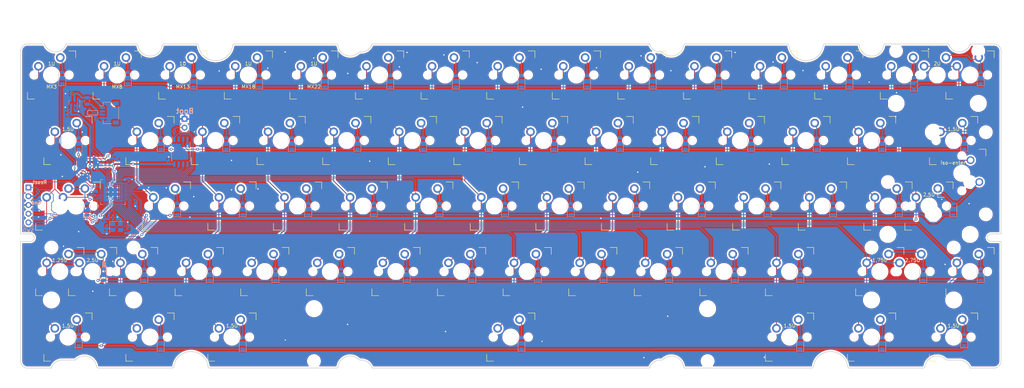
<source format=kicad_pcb>
(kicad_pcb (version 20211014) (generator pcbnew)
  (title_block (title "Plaket60") (date "2022-07-25") (rev "0.1"))
  (layers (0 "F.Cu" signal) (31 "B.Cu" signal) (34 "B.Paste" user) (35 "F.Paste" user) (36 "B.SilkS" user "B.Silkscreen") (37 "F.SilkS" user "F.Silkscreen") (38 "B.Mask" user) (39 "F.Mask" user) (44 "Edge.Cuts" user))
  (net 0 "")
  (net 1 "GND")
  (net 2 "XTAL_IN")
  (net 3 "Net-(C_Crystal2-Pad2)")
  (net 4 "+5V")
  (net 6 "row0")
  (net 7 "Net-(D1-Pad2)")
  (net 8 "row1")
  (net 9 "Net-(D2-Pad2)")
  (net 10 "row2")
  (net 11 "Net-(D3-Pad2)")
  (net 12 "row3")
  (net 13 "Net-(D4-Pad2)")
  (net 14 "row4")
  (net 15 "Net-(D5-Pad2)")
  (net 16 "Net-(D6-Pad2)")
  (net 17 "Net-(D7-Pad2)")
  (net 18 "Net-(D8-Pad2)")
  (net 19 "Net-(D9-Pad2)")
  (net 20 "Net-(D10-Pad2)")
  (net 21 "Net-(D11-Pad2)")
  (net 22 "Net-(D12-Pad2)")
  (net 23 "Net-(D13-Pad2)")
  (net 24 "Net-(D14-Pad2)")
  (net 25 "Net-(D15-Pad2)")
  (net 26 "Net-(D16-Pad2)")
  (net 27 "Net-(D17-Pad2)")
  (net 28 "Net-(D18-Pad2)")
  (net 29 "Net-(D19-Pad2)")
  (net 30 "Net-(D20-Pad2)")
  (net 31 "Net-(D21-Pad2)")
  (net 32 "Net-(D22-Pad2)")
  (net 33 "Net-(D23-Pad2)")
  (net 34 "Net-(D25-Pad2)")
  (net 35 "Net-(D26-Pad2)")
  (net 36 "Net-(D27-Pad2)")
  (net 37 "Net-(D28-Pad2)")
  (net 38 "Net-(D30-Pad2)")
  (net 39 "Net-(D31-Pad2)")
  (net 40 "Net-(D32-Pad2)")
  (net 41 "Net-(D33-Pad2)")
  (net 42 "Net-(D34-Pad2)")
  (net 43 "Net-(D35-Pad2)")
  (net 44 "Net-(D36-Pad2)")
  (net 45 "Net-(D37-Pad2)")
  (net 46 "Net-(D38-Pad2)")
  (net 47 "Net-(D39-Pad2)")
  (net 48 "Net-(D40-Pad2)")
  (net 49 "Net-(D41-Pad2)")
  (net 50 "Net-(D42-Pad2)")
  (net 51 "Net-(D43-Pad2)")
  (net 52 "Net-(D44-Pad2)")
  (net 53 "Net-(D45-Pad2)")
  (net 54 "Net-(D46-Pad2)")
  (net 55 "Net-(D48-Pad2)")
  (net 56 "Net-(D49-Pad2)")
  (net 57 "Net-(D50-Pad2)")
  (net 58 "Net-(D51-Pad2)")
  (net 59 "Net-(D53-Pad2)")
  (net 60 "Net-(D54-Pad2)")
  (net 61 "Net-(D55-Pad2)")
  (net 62 "Net-(D56-Pad2)")
  (net 63 "Net-(D57-Pad2)")
  (net 64 "Net-(D58-Pad2)")
  (net 65 "Net-(D59-Pad2)")
  (net 66 "Net-(D60-Pad2)")
  (net 67 "Net-(D61-Pad2)")
  (net 68 "Net-(D62-Pad2)")
  (net 69 "Net-(D63-Pad2)")
  (net 70 "Net-(D64-Pad2)")
  (net 71 "Net-(D65-Pad2)")
  (net 72 "Net-(D66-Pad2)")
  (net 73 "Net-(D67-Pad2)")
  (net 74 "Net-(D68-Pad2)")
  (net 75 "VCC")
  (net 76 "D-")
  (net 77 "D+")
  (net 78 "RESET")
  (net 79 "SWDIO")
  (net 80 "SWCLK")
  (net 83 "col0")
  (net 84 "col1")
  (net 85 "col2")
  (net 86 "col3")
  (net 87 "col4")
  (net 88 "col5")
  (net 89 "col6")
  (net 90 "col7")
  (net 91 "col8")
  (net 92 "col9")
  (net 93 "col10")
  (net 94 "col11")
  (net 95 "col12")
  (net 96 "XTAL_OUT")
  (net 97 "Net-(R_DATA1-Pad2)")
  (net 98 "Net-(R_DATA2-Pad2)")
  (net 99 "Net-(R_Flash1-Pad1)")
  (net 100 "CS")
  (net 108 "SD3")
  (net 109 "QSPI_CLK")
  (net 110 "SD0")
  (net 111 "SD2")
  (net 112 "SD1")
  (net 113 "+1V1")
  (net 114 "+3V3")
  (net 115 "col13")
  (net 116 "col14")
  (footprint "parts:mx_1u" (layer "F.Cu") (at 241.3 68.2625)
    (fp_text reference "MX54")
    (fp_text value "MX-NoLED" hide)
  )
  (footprint "parts:mx_1u" (layer "F.Cu") (at 150.8125 87.3125)
    (fp_text reference "MX29")
    (fp_text value "MX-NoLED" hide)
  )
  (footprint "parts:mx_1u" (layer "F.Cu") (at 127 68.2625)
    (fp_text reference "MX23")
    (fp_text value "MX-NoLED" hide)
  )
  (footprint "parts:mx_1u" (layer "F.Cu") (at 112.7125 87.3125)
    (fp_text reference "MX20")
    (fp_text value "MX-NoLED" hide)
  )
  (footprint "parts:mx_1u" (layer "F.Cu") (at 69.85 125.4125)
    (fp_text reference "MX12")
    (fp_text value "MX-NoLED" hide)
  )
  (footprint "parts:mx_1u" (layer "F.Cu") (at 227.0125 87.3125)
    (fp_text reference "MX49")
    (fp_text value "MX-NoLED" hide)
  )
  (footprint "parts:mx_1u" (layer "F.Cu") (at 141.2875 106.3625)
    (fp_text reference "MX30")
    (fp_text value "MX-NoLED" hide)
  )
  (footprint "parts:mx_1u" (layer "F.Cu") (at 69.85 68.2625)
    (fp_text reference "MX9")
    (fp_text value "MX-NoLED" hide)
  )
  (footprint "parts:mx_stepped_caps" (layer "F.Cu") (at 48.41875 87.3125)
    (fp_text reference "MX5")
    (fp_text value "MX-NoLED")
  )
  (footprint "parts:mx_125u" (layer "F.Cu") (at 43.65625 106.3625)
    (fp_text reference "MX2")
    (fp_text value "MX-NoLED")
  )
  (footprint "Components:L60 Outline" (layer "F.Cu") (at 174.6175 89.8375)
    (fp_text reference "H1" hide)
    (fp_text value "PCB Outline")
    (fp_line (start 100.685515 -49.624993) (end 91.262511 -49.624993) (layer "Edge.Cuts") (width 0.2))
    (fp_line (start -87.34649 44.575) (end -50.688493 44.575) (layer "Edge.Cuts") (width 0.2))
    (fp_line (start 43.432509 42.249999) (end 43.700514 42.249999) (layer "Edge.Cuts") (width 0.2))
    (fp_line (start -119.720495 44.575) (end -98.376497 44.575) (layer "Edge.Cuts") (width 0.2))
    (fp_line (start -142.342492 5.574996) (end -139.449495 5.574996) (layer "Edge.Cuts") (width 0.2))
    (fp_line (start -130.267492 42.249999) (end -126.692495 42.249999) (layer "Edge.Cuts") (width 0.2))
    (fp_line (start -43.687486 42.249999) (end -43.417497 42.249999) (layer "Edge.Cuts") (width 0.2))
    (fp_line (start 142.357512 7.775) (end 139.464507 7.775) (layer "Edge.Cuts") (width 0.2))
    (fp_line (start 139.464507 5.574996) (end 142.357512 5.574996) (layer "Edge.Cuts") (width 0.2))
    (fp_line (start 133.398497 44.575) (end 140.357512 44.575) (layer "Edge.Cuts") (width 0.2))
    (fp_line (start 50.703505 44.575) (end 87.36151 44.575) (layer "Edge.Cuts") (width 0.2))
    (fp_line (start -135.383493 -49.624993) (end -140.342492 -49.624993) (layer "Edge.Cuts") (width 0.2))
    (fp_line (start 80.202513 -49.624993) (end 50.703505 -49.624993) (layer "Edge.Cuts") (width 0.2))
    (fp_line (start -108.812494 -49.624993) (end -129.151494 -49.624993) (layer "Edge.Cuts") (width 0.2))
    (fp_line (start 127.166503 -49.624993) (end 108.827513 -49.624993) (layer "Edge.Cuts") (width 0.2))
    (fp_line (start 43.686507 -47.299996) (end 43.432509 -47.299996) (layer "Edge.Cuts") (width 0.2))
    (fp_line (start 140.357512 -49.624993) (end 133.398497 -49.624993) (layer "Edge.Cuts") (width 0.2))
    (fp_line (start -142.342492 -47.624993) (end -142.342492 5.574996) (layer "Edge.Cuts") (width 0.2))
    (fp_line (start 98.391509 44.575) (end 119.735503 44.575) (layer "Edge.Cuts") (width 0.2))
    (fp_line (start -40.3015 44.575) (end 40.316512 44.575) (layer "Edge.Cuts") (width 0.2))
    (fp_line (start 142.357512 42.575) (end 142.357512 7.775) (layer "Edge.Cuts") (width 0.2))
    (fp_line (start 40.316512 -49.624993) (end -40.3015 -49.624993) (layer "Edge.Cuts") (width 0.2))
    (fp_line (start -140.342492 44.575) (end -133.383493 44.575) (layer "Edge.Cuts") (width 0.2))
    (fp_line (start -43.417497 -47.299996) (end -43.643495 -47.299996) (layer "Edge.Cuts") (width 0.2))
    (fp_line (start -91.247491 -49.624993) (end -100.670495 -49.624993) (layer "Edge.Cuts") (width 0.2))
    (fp_line (start -139.449495 7.775) (end -142.342492 7.775) (layer "Edge.Cuts") (width 0.2))
    (fp_line (start 126.825499 42.249999) (end 130.2825 42.249999) (layer "Edge.Cuts") (width 0.2))
    (fp_line (start -50.688493 -49.624993) (end -80.187494 -49.624993) (layer "Edge.Cuts") (width 0.2))
    (fp_line (start 142.357512 5.574996) (end 142.357512 -47.624993) (layer "Edge.Cuts") (width 0.2))
    (fp_line (start -142.342492 7.775) (end -142.342492 42.575) (layer "Edge.Cuts") (width 0.2))
    (fp_arc (start -43.417497 42.249999) (mid -41.473413 42.895062) (end -40.3015 44.575) (layer "Edge.Cuts") (width 0.2))
    (fp_arc (start 120.306517 44.004001) (mid 122.649454 41.268997) (end 126.179503 41.981997) (layer "Edge.Cuts") (width 0.2))
    (fp_arc (start 139.464507 7.775) (mid 138.3645 6.675) (end 139.464507 5.574996) (layer "Edge.Cuts") (width 0.2))
    (fp_arc (start 87.91751 44.019) (mid 87.754516 44.412009) (end 87.36151 44.575) (layer "Edge.Cuts") (width 0.2))
    (fp_arc (start 126.825499 42.249999) (mid 126.475882 42.180158) (end 126.179503 41.981997) (layer "Edge.Cuts") (width 0.2))
    (fp_arc (start 90.691497 -49.053994) (mid 85.732505 -44.806004) (end 80.773512 -49.053994) (layer "Edge.Cuts") (width 0.2))
    (fp_arc (start 43.432509 -47.299996) (mid 41.488431 -47.945059) (end 40.316512 -49.624993) (layer "Edge.Cuts") (width 0.2))
    (fp_arc (start -97.820489 44.019) (mid -92.86149 39.770998) (end -87.90249 44.019) (layer "Edge.Cuts") (width 0.2))
    (fp_arc (start 87.91751 44.019) (mid 92.87651 39.770997) (end 97.835509 44.019) (layer "Edge.Cuts") (width 0.2))
    (fp_arc (start -80.758493 -49.053994) (mid -85.717493 -44.806002) (end -90.676492 -49.053994) (layer "Edge.Cuts") (width 0.2))
    (fp_arc (start -44.20749 -47.066003) (mid -47.750885 -46.310792) (end -50.117494 -49.053994) (layer "Edge.Cuts") (width 0.2))
    (fp_arc (start -126.258493 42.069999) (mid -122.695182 41.248101) (end -120.291494 44.004001) (layer "Edge.Cuts") (width 0.2))
    (fp_arc (start 43.686507 -47.299996) (mid 43.96415 -47.245156) (end 44.199507 -47.088006) (layer "Edge.Cuts") (width 0.2))
    (fp_arc (start -142.342492 -47.624993) (mid -141.756494 -49.038995) (end -140.342492 -49.624993) (layer "Edge.Cuts") (width 0.2))
    (fp_arc (start -97.820489 44.019) (mid -97.983494 44.412) (end -98.376497 44.575) (layer "Edge.Cuts") (width 0.2))
    (fp_arc (start 142.357512 42.575) (mid 141.771521 43.989013) (end 140.357512 44.575) (layer "Edge.Cuts") (width 0.2))
    (fp_arc (start -50.117494 44.004001) (mid -50.284494 44.408) (end -50.688493 44.575) (layer "Edge.Cuts") (width 0.2))
    (fp_arc (start 120.306517 44.004001) (mid 120.139505 44.408004) (end 119.735503 44.575) (layer "Edge.Cuts") (width 0.2))
    (fp_arc (start -108.812494 -49.624993) (mid -108.408491 -49.457997) (end -108.241495 -49.053994) (layer "Edge.Cuts") (width 0.2))
    (fp_arc (start -133.383493 44.575) (mid -132.211577 42.895063) (end -130.267492 42.249999) (layer "Edge.Cuts") (width 0.2))
    (fp_arc (start 130.2825 42.249999) (mid 132.226596 42.895058) (end 133.398497 44.575) (layer "Edge.Cuts") (width 0.2))
    (fp_arc (start 108.256499 -49.053994) (mid 104.756499 -46.124993) (end 101.256499 -49.053994) (layer "Edge.Cuts") (width 0.2))
    (fp_arc (start -101.241495 -49.053994) (mid -101.074499 -49.457997) (end -100.670495 -49.624993) (layer "Edge.Cuts") (width 0.2))
    (fp_arc (start 140.357512 -49.624993) (mid 141.77151 -49.038997) (end 142.357512 -47.624993) (layer "Edge.Cuts") (width 0.2))
    (fp_arc (start 50.703505 44.575) (mid 50.299509 44.407995) (end 50.132506 44.004001) (layer "Edge.Cuts") (width 0.2))
    (fp_arc (start -87.34649 44.575) (mid -87.739492 44.412002) (end -87.90249 44.019) (layer "Edge.Cuts") (width 0.2))
    (fp_arc (start -140.342492 44.575) (mid -141.756492 43.989) (end -142.342492 42.575) (layer "Edge.Cuts") (width 0.2))
    (fp_arc (start 50.132506 -49.053994) (mid 47.750929 -46.305812) (end 44.199507 -47.088006) (layer "Edge.Cuts") (width 0.2))
    (fp_arc (start 50.132506 -49.053994) (mid 50.299511 -49.457988) (end 50.703505 -49.624993) (layer "Edge.Cuts") (width 0.2))
    (fp_arc (start -101.241495 -49.053994) (mid -104.741495 -46.124993) (end -108.241495 -49.053994) (layer "Edge.Cuts") (width 0.2))
    (fp_arc (start 44.189513 42.047) (mid 43.96505 42.19677) (end 43.700514 42.249999) (layer "Edge.Cuts") (width 0.2))
    (fp_arc (start -43.687486 42.249999) (mid -43.95 42.197791) (end -44.172487 42.048999) (layer "Edge.Cuts") (width 0.2))
    (fp_arc (start -126.258493 42.069999) (mid -126.457636 42.203057) (end -126.692495 42.249999) (layer "Edge.Cuts") (width 0.2))
    (fp_arc (start 40.316512 44.575) (mid 41.488415 42.89505) (end 43.432509 42.249999) (layer "Edge.Cuts") (width 0.2))
    (fp_arc (start -139.449495 5.574996) (mid -138.349492 6.674998) (end -139.449495 7.775) (layer "Edge.Cuts") (width 0.2))
    (fp_arc (start 108.256499 -49.053994) (mid 108.423509 -49.457996) (end 108.827513 -49.624993) (layer "Edge.Cuts") (width 0.2))
    (fp_arc (start -40.3015 -49.624993) (mid -41.473416 -47.945061) (end -43.417497 -47.299996) (layer "Edge.Cuts") (width 0.2))
    (fp_arc (start 90.691497 -49.053994) (mid 90.858507 -49.457997) (end 91.262511 -49.624993) (layer "Edge.Cuts") (width 0.2))
    (fp_arc (start -91.247491 -49.624993) (mid -90.843488 -49.457997) (end -90.676492 -49.053994) (layer "Edge.Cuts") (width 0.2))
    (fp_arc (start 80.202513 -49.624993) (mid 80.606494 -49.457981) (end 80.773512 -49.053994) (layer "Edge.Cuts") (width 0.2))
    (fp_arc (start 98.391509 44.575) (mid 97.998498 44.412008) (end 97.835509 44.019) (layer "Edge.Cuts") (width 0.2))
    (fp_arc (start 100.685515 -49.624993) (mid 101.089554 -49.458039) (end 101.256499 -49.053994) (layer "Edge.Cuts") (width 0.2))
    (fp_arc (start -50.688493 -49.624993) (mid -50.28449 -49.457997) (end -50.117494 -49.053994) (layer "Edge.Cuts") (width 0.2))
    (fp_arc (start -80.758493 -49.053994) (mid -80.591497 -49.457997) (end -80.187494 -49.624993) (layer "Edge.Cuts") (width 0.2))
    (fp_arc (start -129.151494 -49.624993) (mid -132.267494 -47.299997) (end -135.383493 -49.624993) (layer "Edge.Cuts") (width 0.2))
    (fp_arc (start -119.720495 44.575) (mid -120.124494 44.408) (end -120.291494 44.004001) (layer "Edge.Cuts") (width 0.2))
    (fp_arc (start 133.398497 -49.624993) (mid 130.2825 -47.299996) (end 127.166503 -49.624993) (layer "Edge.Cuts") (width 0.2))
    (fp_arc (start 44.189513 42.047) (mid 47.744655 41.253058) (end 50.132506 44.004001) (layer "Edge.Cuts") (width 0.2))
    (fp_arc (start -50.117494 44.004001) (mid -47.728134 41.253207) (end -44.172487 42.048999) (layer "Edge.Cuts") (width 0.2))
    (fp_arc (start -44.20749 -47.066003) (mid -43.948694 -47.238922) (end -43.643495 -47.299996) (layer "Edge.Cuts") (width 0.2))
  )
  (footprint "parts:mx_1u" (layer "F.Cu") (at 236.5375 106.3625)
    (fp_text reference "MX56")
    (fp_text value "MX-NoLED" hide)
  )
  (footprint "parts:mx_1u" (layer "F.Cu") (at 284.1625 87.3125)
    (fp_text reference "MX65")
    (fp_text value "MX-NoLED" hide)
  )
  (footprint "parts:mx_175u" (layer "F.Cu") (at 281.78125 106.3625)
    (fp_text reference "MX66")
    (fp_text value "MX-NoLED")
  )
  (footprint "parts:mx_iso" (layer "F.Cu") (at 305.59375 77.7875)
    (fp_text reference "MX71")
    (fp_text value "MX-NoLED")
  )
  (footprint "parts:mx_1u" (layer "F.Cu") (at 93.6625 87.3125)
    (fp_text reference "MX15")
    (fp_text value "MX-NoLED" hide)
  )
  (footprint "parts:mx_1u" (layer "F.Cu") (at 184.15 68.2625)
    (fp_text reference "MX38")
    (fp_text value "MX-NoLED" hide)
  )
  (footprint "parts:mx_1u" (layer "F.Cu") (at 212.725 49.2125)
    (fp_text reference "MX47")
    (fp_text value "MX-NoLED" hide)
  )
  (footprint "parts:mx_1u" (layer "F.Cu") (at 246.0625 87.3125)
    (fp_text reference "MX55")
    (fp_text value "MX-NoLED" hide)
  )
  (footprint "parts:mx_1u" (layer "F.Cu") (at 122.2375 106.3625)
    (fp_text reference "MX25")
    (fp_text value "MX-NoLED" hide)
  )
  (footprint "parts:mx_1u" (layer "F.Cu") (at 84.1375 106.3625)
    (fp_text reference "MX16")
    (fp_text value "MX-NoLED" hide)
  )
  (footprint "parts:mx_1u" (layer "F.Cu") (at 198.4375 106.3625)
    (fp_text reference "MX46")
    (fp_text value "MX-NoLED" hide)
  )
  (footprint "parts:mx_1u" (layer "F.Cu") (at 98.425 49.2125)
    (fp_text reference "MX18")
    (fp_text value "MX-NoLED" hide)
  )
  (footprint "parts:mx_1u" (layer "F.Cu") (at 188.9125 87.3125)
    (fp_text reference "MX39")
    (fp_text value "MX-NoLED" hide)
  )
  (footprint "parts:mx_1u" (layer "F.Cu") (at 79.375 49.2125)
    (fp_text reference "MX13")
    (fp_text value "MX-NoLED" hide)
  )
  (footprint "parts:mx_1u" (layer "F.Cu") (at 279.4 125.4125)
    (fp_text reference "MX67")
    (fp_text value "MX-NoLED" hide)
  )
  (footprint "parts:mx_1u" (layer "F.Cu") (at 155.575 49.2125)
    (fp_text reference "MX33")
    (fp_text value "MX-NoLED" hide)
  )
  (footprint "parts:mx_1u" (layer "F.Cu") (at 255.5875 106.3625)
    (fp_text reference "MX61")
    (fp_text value "MX-NoLED" hide)
  )
  (footprint "parts:mx_1u" (layer "F.Cu") (at 207.9625 87.3125)
    (fp_text reference "MX45")
    (fp_text value "MX-NoLED" hide)
  )
  (footprint "parts:mx_15u" (layer "F.Cu") (at 303.2125 68.2625)
    (fp_text reference "MX74")
    (fp_text value "MX-NoLED")
  )
  (footprint "parts:mx_15u" (layer "F.Cu") (at 46.0375 68.2625)
    (fp_text reference "MX4")
    (fp_text value "MX-NoLED")
  )
  (footprint "parts:mx_1u" (layer "F.Cu") (at 103.1875 106.3625)
    (fp_text reference "MX21")
    (fp_text value "MX-NoLED" hide)
  )
  (footprint "parts:mx_1u" (layer "F.Cu") (at 279.4 68.2625)
    (fp_text reference "MX64")
    (fp_text value "MX-NoLED" hide)
  )
  (footprint "parts:mx_1u" (layer "F.Cu") (at 41.275 49.2125)
    (fp_text reference "MX3")
    (fp_text value "MX-NoLED" hide)
  )
  (footprint "parts:mx_1u" (layer "F.Cu") (at 265.1125 87.3125)
    (fp_text reference "MX60")
    (fp_text value "MX-NoLED" hide)
  )
  (footprint "parts:mx_1u" (layer "F.Cu") (at 169.8625 87.3125)
    (fp_text reference "MX35")
    (fp_text value "MX-NoLED" hide)
  )
  (footprint "parts:mx_1u" (layer "F.Cu") (at 146.05 68.2625)
    (fp_text reference "MX28")
    (fp_text value "MX-NoLED" hide)
  )
  (footprint "parts:mx_225u" (layer "F.Cu") (at 53.18125 106.3625)
    (fp_text reference "MX6")
    (fp_text value "MX-NoLED")
  )
  (footprint "parts:mx_1u" (layer "F.Cu") (at 269.875 49.2125)
    (fp_text reference "MX63")
    (fp_text value "MX-NoLED" hide)
  )
  (footprint "parts:mx_15u" (layer "F.Cu") (at 93.6625 125.4125)
    (fp_text reference "MX17")
    (fp_text value "MX-NoLED")
  )
  (footprint "parts:mx_1u" (layer "F.Cu") (at 136.525 49.2125)
    (fp_text reference "MX27")
    (fp_text value "MX-NoLED" hide)
  )
  (footprint "parts:mx_1u" (layer "F.Cu") (at 307.975 49.2125)
    (fp_text reference "MX73")
    (fp_text value "MX-NoLED" hide)
  )
  (footprint "parts:mx_1u" (layer "F.Cu") (at 222.25 68.2625)
    (fp_text reference "MX48")
    (fp_text value "MX-NoLED" hide)
  )
  (footprint "parts:mx_1u" (layer "F.Cu") (at 288.925 49.2125)
    (fp_text reference "MX69")
    (fp_text value "MX-NoLED" hide)
  )
  (footprint "parts:mx_15u" (layer "F.Cu") (at 303.2125 125.4125)
    (fp_text reference "MX76")
    (fp_text value "MX-NoLED")
  )
  (footprint "parts:mx_1u" (layer "F.Cu") (at 174.625 49.2125)
    (fp_text reference "MX37")
    (fp_text value "MX-NoLED" hide)
  )
  (footprint "parts:mx_275u" (layer "F.Cu") (at 291.30625 106.3625)
    (fp_text reference "MX68")
    (fp_text value "MX-NoLED")
  )
  (footprint "parts:mx_1u" (layer "F.Cu") (at 131.7625 87.3125)
    (fp_text reference "MX24")
    (fp_text value "MX-NoLED" hide)
  )
  (footprint "parts:mx_225u" (layer "F.Cu") (at 296.06875 87.3125)
    (fp_text reference "MX70")
    (fp_text value "MX-NoLED")
  )
  (footprint "parts:mx_15u" (layer "F.Cu") (at 255.5875 125.4125)
    (fp_text reference "MX62")
    (fp_text value "MX-NoLED")
  )
  (footprint "parts:mx_1u" (layer "F.Cu") (at 65.0875 106.3625)
    (fp_text reference "MX11")
    (fp_text value "MX-NoLED" hide)
  )
  (footprint "parts:mx_1u" (layer "F.Cu") (at 231.775 49.2125)
    (fp_text reference "MX53")
    (fp_text value "MX-NoLED" hide)
  )
  (footprint "parts:mx_1u" (layer "F.Cu") (at 160.3375 106.3625)
    (fp_text reference "MX36")
    (fp_text value "MX-NoLED" hide)
  )
  (footprint "parts:mx_1u" (layer "F.Cu") (at 307.975 106.3625)
    (fp_text reference "MX75")
    (fp_text value "MX-NoLED" hide)
  )
  (footprint "parts:mx_1u" (layer "F.Cu") (at 193.675 49.2125)
    (fp_text reference "MX43")
    (fp_text value "MX-NoLED" hide)
  )
  (footprint "parts:mx_1u" (layer "F.Cu") (at 60.325 49.2125)
    (fp_text reference "MX8")
    (fp_text value "MX-NoLED" hide)
  )
  (footprint "parts:mx_2u" (layer "F.Cu") (at 298.45 49.2125)
    (fp_text reference "MX72")
    (fp_text value "MX-NoLED")
  )
  (footprint "parts:mx_1u" (layer "F.Cu") (at 250.825 49.2125)
    (fp_text reference "MX58")
    (fp_text value "MX-NoLED" hide)
  )
  (footprint "parts:mx_1u" (layer "F.Cu") (at 117.475 49.2125)
    (fp_text reference "MX22")
    (fp_text value "MX-NoLED" hide)
  )
  (footprint "parts:mx_1u" (layer "F.Cu") (at 107.95 68.2625)
    (fp_text reference "MX19")
    (fp_text value "MX-NoLED" hide)
  )
  (footprint "parts:mx_15u" (layer "F.Cu") (at 46.0375 125.4125)
    (fp_text reference "MX7")
    (fp_text value "MX-NoLED")
  )
  (footprint "parts:mx_1u" (layer "F.Cu") (at 165.1 68.2625)
    (fp_text reference "MX34")
    (fp_text value "MX-NoLED" hide)
  )
  (footprint "parts:mx_1u" (layer "F.Cu") (at 217.4875 106.3625)
    (fp_text reference "MX50")
    (fp_text value "MX-NoLED" hide)
  )
  (footprint "parts:mx_1u" (layer "F.Cu") (at 88.9 68.2625)
    (fp_text reference "MX14")
    (fp_text value "MX-NoLED" hide)
  )
  (footprint "parts:mx_1u" (layer "F.Cu") (at 260.35 68.2625)
    (fp_text reference "MX59")
    (fp_text value "MX-NoLED" hide)
  )
  (footprint "parts:mx_1u" (layer "F.Cu") (at 179.3875 106.3625)
    (fp_text reference "MX40")
    (fp_text value "MX-NoLED" hide)
  )
  (footprint "parts:mx_1u" (layer "F.Cu") (at 74.6125 87.3125)
    (fp_text reference "MX10")
    (fp_text value "MX-NoLED" hide)
  )
  (footprint "parts:mx_1u" (layer "F.Cu") (at 203.2 68.2625)
    (fp_text reference "MX44")
    (fp_text value "MX-NoLED" hide)
  )
  (footprint "parts:mx_7u" (layer "F.Cu") (at 174.625 125.4125)
    (fp_text reference "MX42")
    (fp_text value "MX-NoLED")
  )
  (footprint "random-keyboard-parts:SOT143B" (layer "B.Cu") (at 53.213 60.198 90)
    (fp_text reference "U4" hide)
    (fp_text value "PRTR5V0U2X")
  )
  (footprint "Diode_SMD:D_SOD-123" (layer "B.Cu") (at 106.275 107.25 90)
    (fp_text reference "D19" hide)
    (fp_text value "D_Small")
  )
  (footprint "Capacitor_SMD:C_0402_1005Metric" (layer "B.Cu") (at 57.9 90.65 -90)
    (fp_text reference "C_3V-Decoup8" hide)
    (fp_text value ".1u")
  )
  (footprint "Diode_SMD:D_SOD-123" (layer "B.Cu") (at 220.575 107.25 90)
    (fp_text reference "D46" hide)
    (fp_text value "D_Small")
  )
  (footprint "Diode_SMD:D_SOD-123" (layer "B.Cu") (at 96.775 127.25 90)
    (fp_text reference "D15" hide)
    (fp_text value "D_Small")
  )
  (footprint "Diode_SMD:D_SOD-123" (layer "B.Cu") (at 291.725 51.65 90)
    (fp_text reference "D63" hide)
    (fp_text value "D_Small")
  )
  (footprint "Diode_SMD:D_SOD-123" (layer "B.Cu") (at 187.25 69.15 90)
    (fp_text reference "D35" hide)
    (fp_text value "D_Small")
  )
  (footprint "Capacitor_SMD:C_0402_1005Metric" (layer "B.Cu") (at 60.425 74.6 90)
    (fp_text reference "C_1V-Decoup2" hide)
    (fp_text value ".1u")
  )
  (footprint "Diode_SMD:D_SOD-123" (layer "B.Cu") (at 149.15 69.15 90)
    (fp_text reference "D26" hide)
    (fp_text value "D_Small")
  )
  (footprint "Capacitor_SMD:C_0402_1005Metric" (layer "B.Cu") (at 46.45 59.65 180)
    (fp_text reference "C_LDO2" hide)
    (fp_text value "1u")
  )
  (footprint "Diode_SMD:D_SOD-123" (layer "B.Cu") (at 263.45 69.15 90)
    (fp_text reference "D54" hide)
    (fp_text value "D_Small")
  )
  (footprint "Capacitor_SMD:C_0402_1005Metric" (layer "B.Cu") (at 54.7 76.975 90)
    (fp_text reference "C_3V-Decoup2" hide)
    (fp_text value "1u")
  )
  (footprint "Diode_SMD:D_SOD-123" (layer "B.Cu") (at 177.725 51.05 90)
    (fp_text reference "D34" hide)
    (fp_text value "D_Small")
  )
  (footprint "Diode_SMD:D_SOD-123" (layer "B.Cu") (at 249.175 88.225 90)
    (fp_text reference "D50" hide)
    (fp_text value "D_Small")
  )
  (footprint "Capacitor_SMD:C_0402_1005Metric" (layer "B.Cu") (at 75.3 74.625 90)
    (fp_text reference "C_Flash1" hide)
    (fp_text value ".1u")
  )
  (footprint "Capacitor_SMD:C_0402_1005Metric" (layer "B.Cu") (at 63.75 79.675 90)
    (fp_text reference "C_3V-Decoup6" hide)
    (fp_text value ".1u")
  )
  (footprint "Diode_SMD:D_SOD-123" (layer "B.Cu") (at 234.875 51.05 90)
    (fp_text reference "D48" hide)
    (fp_text value "D_Small")
  )
  (footprint "Diode_SMD:D_SOD-123" (layer "B.Cu") (at 134.875 88.2 90)
    (fp_text reference "D22" hide)
    (fp_text value "D_Small")
  )
  (footprint "Capacitor_SMD:C_0402_1005Metric" (layer "B.Cu") (at 57.3 93.425 90)
    (fp_text reference "C_Crystal2" hide)
    (fp_text value "22pF")
  )
  (footprint "Diode_SMD:D_SOD-123" (layer "B.Cu") (at 206.3 69.15 90)
    (fp_text reference "D40" hide)
    (fp_text value "D_Small")
  )
  (footprint "Resistor_SMD:R_0402_1005Metric" (layer "B.Cu") (at 59.075 90.625 90)
    (fp_text reference "R_Crystal1" hide)
    (fp_text value "1k")
  )
  (footprint "Diode_SMD:D_SOD-123" (layer "B.Cu") (at 96.775 88.2 90)
    (fp_text reference "D14" hide)
    (fp_text value "D_Small")
  )
  (footprint "Diode_SMD:D_SOD-123" (layer "B.Cu") (at 72.95 127.25 90)
    (fp_text reference "D10" hide)
    (fp_text value "D_Small")
  )
  (footprint "Diode_SMD:D_SOD-123" (layer "B.Cu") (at 294.4 107.25 90)
    (fp_text reference "D61" hide)
    (fp_text value "D_Small")
  )
  (footprint "Diode_SMD:D_SOD-123" (layer "B.Cu") (at 68.2 107.25 90)
    (fp_text reference "D9" hide)
    (fp_text value "D_Small")
  )
  (footprint "Diode_SMD:D_SOD-123" (layer "B.Cu") (at 182.5 107.25 90)
    (fp_text reference "D37" hide)
    (fp_text value "D_Small")
  )
  (footprint "Capacitor_SMD:C_0402_1005Metric" (layer "B.Cu") (at 55.85 75.975 90)
    (fp_text reference "C_1V-Decoup1" hide)
    (fp_text value "1u")
  )
  (footprint "cipulot_parts:RP2040-QFN-56" (layer "B.Cu") (at 59.1 83.25 180)
    (fp_text reference "U1" hide)
    (fp_text value "RP2040")
  )
  (footprint "Diode_SMD:D_SOD-123" (layer "B.Cu") (at 196.775 51.05 90)
    (fp_text reference "D39" hide)
    (fp_text value "D_Small")
  )
  (footprint "Diode_SMD:D_SOD-123" (layer "B.Cu") (at 49.125 69.15 90)
    (fp_text reference "D2" hide)
    (fp_text value "D_Small")
  )
  (footprint "Diode_SMD:D_SOD-123" (layer "B.Cu") (at 63.425 50.1 90)
    (fp_text reference "D6" hide)
    (fp_text value "D_Small")
  )
  (footprint "Capacitor_SMD:C_0402_1005Metric" (layer "B.Cu") (at 52.55 78.7 180)
    (fp_text reference "C_3V-Decoup7" hide)
    (fp_text value ".1u")
  )
  (footprint "Capacitor_SMD:C_0402_1005Metric" (layer "B.Cu") (at 47.45 54.625 180)
    (fp_text reference "C_LDO1" hide)
    (fp_text value "1u")
  )
  (footprint "Connector_PinHeader_2.54mm:PinHeader_1x05_P2.54mm_Vertical" (layer "B.Cu") (at 34.55 81.925 180)
    (fp_text reference "J2" hide)
    (fp_text value "SWD")
  )
  (footprint "Diode_SMD:D_SOD-123" (layer "B.Cu") (at 44.375 50.1 90)
    (fp_text reference "D1" hide)
    (fp_text value "D_Small")
  )
  (footprint "Diode_SMD:D_SOD-123" (layer "B.Cu") (at 311.075 107.25 90)
    (fp_text reference "D67" hide)
    (fp_text value "D_Small")
  )
  (footprint "Diode_SMD:D_SOD-123" (layer "B.Cu") (at 92 69.15 90)
    (fp_text reference "D13" hide)
    (fp_text value "D_Small")
  )
  (footprint "Resistor_SMD:R_0402_1005Metric" (layer "B.Cu") (at 56.925 75.75 -90)
    (fp_text reference "R_DATA2" hide)
    (fp_text value "27")
  )
  (footprint "Capacitor_SMD:C_0402_1005Metric" (layer "B.Cu") (at 53.4 84.25 180)
    (fp_text reference "C_3V-Decoup4" hide)
    (fp_text value ".1u")
  )
  (footprint "Diode_SMD:D_SOD-123" (layer "B.Cu") (at 130.1 69.15 90)
    (fp_text reference "D21" hide)
    (fp_text value "D_Small")
  )
  (footprint "Resistor_SMD:R_0402_1005Metric" (layer "B.Cu") (at 58.075 75.75 -90)
    (fp_text reference "R_DATA1" hide)
    (fp_text value "27")
  )
  (footprint "Diode_SMD:D_SOD-123" (layer "B.Cu") (at 56.275 107.25 90)
    (fp_text reference "D4" hide)
    (fp_text value "D_Small")
  )
  (footprint "Diode_SMD:D_SOD-123" (layer "B.Cu") (at 51.525 88.2 90)
    (fp_text reference "D3" hide)
    (fp_text value "D_Small")
  )
  (footprint "Diode_SMD:D_SOD-123" (layer "B.Cu") (at 192.025 88.2 90)
    (fp_text reference "D36" hide)
    (fp_text value "D_Small")
  )
  (footprint "Diode_SMD:D_SOD-123" (layer "B.Cu") (at 82.475 51.05 90)
    (fp_text reference "D12" hide)
    (fp_text value "D_Small")
  )
  (footprint "Diode_SMD:D_SOD-123" (layer "B.Cu") (at 139.625 51.05 90)
    (fp_text reference "D25" hide)
    (fp_text value "D_Small")
  )
  (footprint "Connector_PinHeader_2.54mm:PinHeader_1x02_P2.54mm_Vertical" (layer "B.Cu") (at 79.9 61.96 180)
    (fp_text reference "SW1")
    (fp_text value "Boot")
  )
  (footprint "Diode_SMD:D_SOD-123" (layer "B.Cu") (at 158.675 51.05 90)
    (fp_text reference "D30" hide)
    (fp_text value "D_Small")
  )
  (footprint "Diode_SMD:D_SOD-123" (layer "B.Cu") (at 239.65 107.25 90)
    (fp_text reference "D51" hide)
    (fp_text value "D_Small")
  )
  (footprint "Connector_JST:JST_SH_SM04B-SRSS-TB_1x04-1MP_P1.00mm_Horizontal" (layer "B.Cu") (at 58.05 60.25 -90)
    (fp_text reference "J1" hide)
    (fp_text value "SM04B")
  )
  (footprint "Diode_SMD:D_SOD-123" (layer "B.Cu") (at 144.4 107.25 90)
    (fp_text reference "D28" hide)
    (fp_text value "D_Small")
  )
  (footprint "Diode_SMD:D_SOD-123" (layer "B.Cu") (at 177.725 127.25 90)
    (fp_text reference "D38" hide)
    (fp_text value "D_Small")
  )
  (footprint "Capacitor_SMD:C_0402_1005Metric" (layer "B.Cu") (at 63.4 93.425 -90)
    (fp_text reference "C_Crystal1" hide)
    (fp_text value "22pF")
  )
  (footprint "Diode_SMD:D_SOD-123" (layer "B.Cu") (at 230.1 88.2 90)
    (fp_text reference "D45" hide)
    (fp_text value "D_Small")
  )
  (footprint "Capacitor_SMD:C_0402_1005Metric" (layer "B.Cu") (at 52.55 79.75 180)
    (fp_text reference "C_3V-Decoup5" hide)
    (fp_text value ".1u")
  )
  (footprint "Diode_SMD:D_SOD-123" (layer "B.Cu") (at 172.95 88.2 90)
    (fp_text reference "D32" hide)
    (fp_text value "D_Small")
  )
  (footprint "Diode_SMD:D_SOD-123" (layer "B.Cu") (at 268.2 88.2 90)
    (fp_text reference "D55" hide)
    (fp_text value "D_Small")
  )
  (footprint "Diode_SMD:D_SOD-123" (layer "B.Cu") (at 244.4 69.15 90)
    (fp_text reference "D49" hide)
    (fp_text value "D_Small")
  )
  (footprint "Diode_SMD:D_SOD-123" (layer "B.Cu") (at 49.15 126.3 90)
    (fp_text reference "D5" hide)
    (fp_text value "D_Small")
  )
  (footprint "Crystal:Crystal_SMD_3225-4Pin_3.2x2.5mm" (layer "B.Cu") (at 60.175 93.425)
    (fp_text reference "Y1" hide)
    (fp_text value "12MHz")
  )
  (footprint "Diode_SMD:D_SOD-123" (layer "B.Cu") (at 125.35 107.25 90)
    (fp_text reference "D23" hide)
    (fp_text value "D_Small")
  )
  (footprint "Diode_SMD:D_SOD-123" (layer "B.Cu") (at 120.575 51.05 90)
    (fp_text reference "D20" hide)
    (fp_text value "D_Small")
  )
  (footprint "Diode_SMD:D_SOD-123" (layer "B.Cu") (at 201.55 107.25 90)
    (fp_text reference "D42" hide)
    (fp_text value "D_Small")
  )
  (footprint "Diode_SMD:D_SOD-123" (layer "B.Cu") (at 303.125 88.225 90)
    (fp_text reference "D64" hide)
    (fp_text value "D_Small")
  )
  (footprint "Diode_SMD:D_SOD-123" (layer "B.Cu") (at 311.075 50.1 90)
    (fp_text reference "D65" hide)
    (fp_text value "D_Small")
  )
  (footprint "Diode_SMD:D_SOD-123" (layer "B.Cu") (at 101.525 51.05 90)
    (fp_text reference "D16" hide)
    (fp_text value "D_Small")
  )
  (footprint "Diode_SMD:D_SOD-123" (layer "B.Cu") (at 258.7 107.25 90)
    (fp_text reference "D56" hide)
    (fp_text value "D_Small")
  )
  (footprint "Diode_SMD:D_SOD-123" (layer "B.Cu") (at 153.9 88.2 90)
    (fp_text reference "D27" hide)
    (fp_text value "D_Small")
  )
  (footprint "Package_TO_SOT_SMD:SOT-23" (layer "B.Cu") (at 47.9 57.225 90)
    (fp_text reference "U3" hide)
    (fp_text value "XC6206PxxxMR")
  )
  (footprint "Diode_SMD:D_SOD-123" (layer "B.Cu") (at 282.5 69.15 90)
    (fp_text reference "D59" hide)
    (fp_text value "D_Small")
  )
  (footprint "Diode_SMD:D_SOD-123" (layer "B.Cu") (at 272.975 51.05 90)
    (fp_text reference "D58" hide)
    (fp_text value "D_Small")
  )
  (footprint "Capacitor_SMD:C_0402_1005Metric" (layer "B.Cu") (at 59.175 73.975 90)
    (fp_text reference "C_3V-Decoup3" hide)
    (fp_text value ".1u")
  )
  (footprint "Diode_SMD:D_SOD-123" (layer "B.Cu") (at 258.675 127.25 90)
    (fp_text reference "D57" hide)
    (fp_text value "D_Small")
  )
  (footprint "Diode_SMD:D_SOD-123" (layer "B.Cu") (at 215.825 51.05 90)
    (fp_text reference "D43" hide)
    (fp_text value "D_Small")
  )
  (footprint "Diode_SMD:D_SOD-123" (layer "B.Cu") (at 306.3 126.3 90)
    (fp_text reference "D68" hide)
    (fp_text value "D_Small")
  )
  (footprint "Capacitor_SMD:C_0402_1005Metric" (layer "B.Cu") (at 56.55 90.65 -90)
    (fp_text reference "C_1V-Decoup3" hide)
    (fp_text value ".1u")
  )
  (footprint "Diode_SMD:D_SOD-123" (layer "B.Cu") (at 306.325 69.15 90)
    (fp_text reference "D66" hide)
    (fp_text value "D_Small")
  )
  (footprint "Diode_SMD:D_SOD-123" (layer "B.Cu") (at 282.5 127.25 90)
    (fp_text reference "D62" hide)
    (fp_text value "D_Small")
  )
  (footprint "Diode_SMD:D_SOD-123" (layer "B.Cu") (at 115.8 88.2 90)
    (fp_text reference "D18" hide)
    (fp_text value "D_Small")
  )
  (footprint "Diode_SMD:D_SOD-123" (layer "B.Cu") (at 163.45 107.25 90)
    (fp_text reference "D33" hide)
    (fp_text value "D_Small")
  )
  (footprint "Diode_SMD:D_SOD-123" (layer "B.Cu") (at 77.725 88.2 90)
    (fp_text reference "D8" hide)
    (fp_text value "D_Small")
  )
  (footprint "Package_SO:SOIC-8_5.23x5.23mm_P1.27mm" (layer "B.Cu") (at 78.825 71.525 -90)
    (fp_text reference "U2" hide)
    (fp_text value "W25Q128JVS")
  )
  (footprint "Diode_SMD:D_SOD-123" (layer "B.Cu") (at 225.35 69.15 90)
    (fp_text reference "D44" hide)
    (fp_text value "D_Small")
  )
  (footprint "Resistor_SMD:R_0402_1005Metric" (layer "B.Cu") (at 37.3 83.075 90)
    (fp_text reference "R_RST1" hide)
    (fp_text value "1k")
  )
  (footprint "Diode_SMD:D_SOD-123" (layer "B.Cu") (at 253.925 51.05 90)
    (fp_text reference "D53" hide)
    (fp_text value "D_Small")
  )
  (footprint "Diode_SMD:D_SOD-123" (layer "B.Cu") (at 72.95 69.15 90)
    (fp_text reference "D7" hide)
    (fp_text value "D_Small")
  )
  (footprint "Fuse:Fuse_0805_2012Metric" (layer "B.Cu") (at 51.562 56.769 90)
    (fp_text reference "F1" hide)
    (fp_text value "500mA")
  )
  (footprint "Capacitor_SMD:C_0402_1005Metric" (layer "B.Cu") (at 65.75 85.9 -45)
    (fp_text reference "C_3V-Decoup9" hide)
    (fp_text value ".1u")
  )
  (footprint "Diode_SMD:D_SOD-123" (layer "B.Cu") (at 287.275 88.2 90)
    (fp_text reference "D60" hide)
    (fp_text value "D_Small")
  )
  (footprint "Diode_SMD:D_SOD-123" (layer "B.Cu") (at 168.2 69.15 90)
    (fp_text reference "D31" hide)
    (fp_text value "D_Small")
  )
  (footprint "Diode_SMD:D_SOD-123" (layer "B.Cu") (at 87.225 107.25 90)
    (fp_text reference "D11" hide)
    (fp_text value "D_Small")
  )
  (footprint "Capacitor_SMD:C_0402_1005Metric" (layer "B.Cu") (at 46.45 60.75 180)
    (fp_text reference "C_3V-Decoup1" hide)
    (fp_text value "10u")
  )
  (footprint "Diode_SMD:D_SOD-123" (layer "B.Cu") (at 211.075 88.2 90)
    (fp_text reference "D41" hide)
    (fp_text value "D_Small")
  )
  (footprint "Resistor_SMD:R_0402_1005Metric" (layer "B.Cu") (at 76.9 65.6 -90)
    (fp_text reference "R_Flash1" hide)
    (fp_text value "1k")
  )
  (footprint "Diode_SMD:D_SOD-123" (layer "B.Cu") (at 111.05 69.15 90)
    (fp_text reference "D17" hide)
    (fp_text value "D_Small")
  )
  (gr_text "Gnd" (at 36.83 86.36) (layer "B.SilkS") (effects (font (size 1 1) (thickness 0.25)) (justify mirror)))
  (gr_text "Reset" (at 37.846 80.391) (layer "B.SilkS") (effects (font (size 1 1) (thickness 0.25)) (justify mirror)))
  (gr_text "Boot" (at 80.01 59.69) (layer "B.SilkS") (effects (font (size 1.5 1.5) (thickness 0.3)) (justify mirror)))
  (segment (start 60.375 81.975) (end 57.825 81.975) (width 0.5) (layer "F.Cu") (net 1))
  (segment (start 57.825 83.25) (end 60.375 83.25) (width 0.5) (layer "F.Cu") (net 1))
  (segment (start 57.825 81.975) (end 57.825 84.525) (width 0.5) (layer "F.Cu") (net 1))
  (segment (start 60.375 84.525) (end 57.825 84.525) (width 0.5) (layer "F.Cu") (net 1))
  (segment (start 60.375 81.975) (end 60.375 84.525) (width 0.5) (layer "F.Cu") (net 1))
  (segment (start 59.1 81.975) (end 59.1 84.525) (width 0.5) (layer "F.Cu") (net 1))
  (via (at 199.525 47.125) (size 0.8) (drill 0.4) (layers "F.Cu" "B.Cu") (net 1))
  (via (at 278.725 51.275) (size 0.8) (drill 0.4) (layers "F.Cu" "B.Cu") (net 1))
  (via (at 44.75 99) (size 0.8) (drill 0.4) (layers "F.Cu" "B.Cu") (net 1))
  (via (at 51.15 88.025) (size 0.8) (drill 0.4) (layers "F.Cu" "B.Cu") (net 1))
  (via (at 155.675 123.8) (size 0.8) (drill 0.4) (layers "F.Cu" "B.Cu") (net 1))
  (via (at 299.78 85.34) (size 0.6) (drill 0.35) (layers "F.Cu" "B.Cu") (net 1))
  (via (at 80.725 69.8) (size 0.8) (drill 0.4) (layers "F.Cu" "B.Cu") (net 1))
  (via (at 82.575 84.575) (size 0.8) (drill 0.4) (layers "F.Cu" "B.Cu") (net 1))
  (via (at 109.16 126.24) (size 0.6) (drill 0.35) (layers "F.Cu" "B.Cu") (net 1))
  (via (at 54.7 74.65) (size 0.8) (drill 0.4) (layers "F.Cu" "B.Cu") (net 1))
  (via (at 286.4 61.3) (size 0.8) (drill 0.4) (layers "F.Cu" "B.Cu") (net 1))
  (via (at 104.05 47.225) (size 0.8) (drill 0.4) (layers "F.Cu" "B.Cu") (net 1))
  (via (at 60.4 90.525) (size 0.8) (drill 0.4) (layers "F.Cu" "B.Cu") (net 1))
  (via (at 49.149 94.742) (size 0.8) (drill 0.4) (layers "F.Cu" "B.Cu") (net 1))
  (via (at 53.7 76.47) (size 0.6) (drill 0.35) (layers "F.Cu" "B.Cu") (net 1))
  (via (at 45.31 54.62) (size 0.8) (drill 0.4) (layers "F.Cu" "B.Cu") (net 1))
  (via (at 57.3 95.375) (size 0.8) (drill 0.4) (layers "F.Cu" "B.Cu") (net 1))
  (via (at 50.2 65.85) (size 0.8) (drill 0.4) (layers "F.Cu" "B.Cu") (net 1))
  (via (at 93.53 82.6) (size 0.8) (drill 0.4) (layers "F.Cu" "B.Cu") (net 1))
  (via (at 75.275 73.025) (size 0.8) (drill 0.4) (layers "F.Cu" "B.Cu") (net 1))
  (via (at 220.2 119.35) (size 0.8) (drill 0.4) (layers "F.Cu" "B.Cu") (net 1))
  (via (at 64.65 79.625) (size 0.6) (drill 0.35) (layers "F.Cu" "B.Cu") (net 1))
  (via (at 50.419 78.232) (size 0.8) (drill 0.4) (layers "F.Cu" "B.Cu") (net 1))
  (via (at 300.75 104.275) (size 0.8) (drill 0.4) (layers "F.Cu" "B.Cu") (net 1))
  (via (at 74.575 82.025) (size 0.8) (drill 0.4) (layers "F.Cu" "B.Cu") (net 1))
  (via (at 81.45 90.575) (size 0.8) (drill 0.4) (layers "F.Cu" "B.Cu") (net 1))
  (via (at 49.1 59.825) (size 0.8) (drill 0.4) (layers "F.Cu" "B.Cu") (net 1))
  (via (at 109.1 42.525) (size 0.8) (drill 0.4) (layers "F.Cu" "B.Cu") (net 1))
  (via (at 44.4 78.7) (size 0.8) (drill 0.4) (layers "F.Cu" "B.Cu") (net 1))
  (via (at 69.469 81.915) (size 0.8) (drill 0.4) (layers "F.Cu" "B.Cu") (net 1))
  (via (at 63.375 92) (size 0.8) (drill 0.4) (layers "F.Cu" "B.Cu") (net 1))
  (via (at 53.25 112.075) (size 0.8) (drill 0.4) (layers "F.Cu" "B.Cu") (net 1))
  (via (at 239.775 42.65) (size 0.8) (drill 0.4) (layers "F.Cu" "B.Cu") (net 1))
  (via (at 127.3 48.75) (size 0.8) (drill 0.4) (layers "F.Cu" "B.Cu") (net 1))
  (via (at 249.7 75.125) (size 0.8) (drill 0.4) (layers "F.Cu" "B.Cu") (net 1))
  (via (at 307.725 86.625) (size 0.8) (drill 0.4) (layers "F.Cu" "B.Cu") (net 1))
  (via (at 59.055 103.378) (size 0.8) (drill 0.4) (layers "F.Cu" "B.Cu") (net 1))
  (via (at 101.22 82.35) (size 0.8) (drill 0.4) (layers "F.Cu" "B.Cu") (net 1))
  (via (at 295.95 41.7) (size 0.8) (drill 0.4) (layers "F.Cu" "B.Cu") (net 1))
  (via (at 183.7 126.66) (size 0.6) (drill 0.35) (layers "F.Cu" "B.Cu") (net 1))
  (via (at 79.8 45.5) (size 0.8) (drill 0.4) (layers "F.Cu" "B.Cu") (net 1))
  (via (at 213.275 131.375) (size 0.8) (drill 0.4) (layers "F.Cu" "B.Cu") (net 1))
  (via (at 259.475 47.9) (size 0.8) (drill 0.4) (layers "F.Cu" "B.Cu") (net 1))
  (via (at 164.875 45.6) (size 0.8) (drill 0.4) (layers "F.Cu" "B.Cu") (net 1))
  (via (at 178.054 58.547) (size 0.8) (drill 0.4) (layers "F.Cu" "B.Cu") (net 1))
  (via (at 127.225 121.725) (size 0.8) (drill 0.4) (layers "F.Cu" "B.Cu") (net 1))
  (via (at 53.475 72.825) (size 0.6) (drill 0.35) (layers "F.Cu" "B.Cu") (net 1))
  (via (at 231.025 75.9) (size 0.8) (drill 0.4) (layers "F.Cu" "B.Cu") (net 1))
  (via (at 45.25 58.59) (size 0.8) (drill 0.4) (layers "F.Cu" "B.Cu") (net 1))
  (via (at 82.77 65.71) (size 0.6) (drill 0.35) (layers "F.Cu" "B.Cu") (net 1))
  (via (at 43.975 72.425) (size 0.8) (drill 0.4) (layers "F.Cu" "B.Cu") (net 1))
  (via (at 133.65 74.275) (size 0.8) (drill 0.4) (layers "F.Cu" "B.Cu") (net 1))
  (via (at 155.2 43.375) (size 0.8) (drill 0.4) (layers "F.Cu" "B.Cu") (net 1))
  (via (at 89.95 48.025) (size 0.8) (drill 0.4) (layers "F.Cu" "B.Cu") (net 1))
  (via (at 51.45 74.55) (size 0.6) (drill 0.35) (layers "F.Cu" "B.Cu") (net 1))
  (via (at 286.65 54.325) (size 0.8) (drill 0.4) (layers "F.Cu" "B.Cu") (net 1))
  (via (at 117.425 44.275) (size 0.8) (drill 0.4) (layers "F.Cu" "B.Cu") (net 1))
  (via (at 93.525 74.05) (size 0.8) (drill 0.4) (layers "F.Cu" "B.Cu") (net 1))
  (via (at 200.8 90.875) (size 0.8) (drill 0.4) (layers "F.Cu" "B.Cu") (net 1))
  (via (at 248.25 131.275) (size 0.8) (drill 0.4) (layers "F.Cu" "B.Cu") (net 1))
  (via (at 37.68 88.68) (size 0.8) (drill 0.4) (layers "F.Cu" "B.Cu") (net 1))
  (via (at 221.125 47.95) (size 0.8) (drill 0.4) (layers "F.Cu" "B.Cu") (net 1))
  (via (at 65.6 87.35) (size 0.8) (drill 0.4) (layers "F.Cu" "B.Cu") (net 1))
  (via (at 144.5 42.65) (size 0.8) (drill 0.4) (layers "F.Cu" "B.Cu") (net 1))
  (via (at 212.45 43.65) (size 0.8) (drill 0.4) (layers "F.Cu" "B.Cu") (net 1))
  (via (at 250.8 45.45) (size 0.8) (drill 0.4) (layers "F.Cu" "B.Cu") (net 1))
  (via (at 52.875 83.3) (size 0.8) (drill 0.4) (layers "F.Cu" "B.Cu") (net 1))
  (via (at 37.5 90.5) (size 0.8) (drill 0.4) (layers "F.Cu" "B.Cu") (net 1))
  (via (at 211.5 77.475) (size 0.8) (drill 0.4) (layers "F.Cu" "B.Cu") (net 1))
  (via (at 142.275 46.85) (size 0.8) (drill 0.4) (layers "F.Cu" "B.Cu") (net 1))
  (via (at 52.07 77.47) (size 0.6) (drill 0.35) (layers "F.Cu" "B.Cu") (net 1))
  (via (at 183.45 47.525) (size 0.8) (drill 0.4) (layers "F.Cu" "B.Cu") (net 1))
  (segment (start 60.1 88.025) (end 63.375 91.3) (width 0.2) (layer "B.Cu") (net 1))
  (segment (start 59.175 73.495) (end 59.8 73.495) (width 0.5) (layer "B.Cu") (net 1))
  (segment (start 66.089411 86.860589) (end 65.6 87.35) (width 0.2) (layer "B.Cu") (net 1))
  (segment (start 60.1 86.6875) (end 60.1 88.025) (width 0.2) (layer "B.Cu") (net 1))
  (segment (start 45.315 54.625) (end 45.31 54.62) (width 0.25) (layer "B.Cu") (net 1))
  (segment (start 52.07 78.7) (end 52.07 79.75) (width 0.5) (layer "B.Cu") (net 1))
  (segment (start 57.3 93.905) (end 58.705 93.905) (width 0.5) (layer "B.Cu") (net 1))
  (segment (start 59.325 94.275) (end 59.075 94.275) (width 0.2) (layer "B.Cu") (net 1))
  (segment (start 64.65 79.625) (end 64.22 79.195) (width 0.2) (layer "B.Cu") (net 1))
  (segment (start 54.7 75.75) (end 54.7 74.65) (width 0.5) (layer "B.Cu") (net 1))
  (segment (start 45.97 59.31) (end 45.25 58.59) (width 0.25) (layer "B.Cu") (net 1))
  (segment (start 52.875 83.3) (end 52.875 84.205) (width 0.2) (layer "B.Cu") (net 1))
  (segment (start 75.3 73.05) (end 75.275 73.025) (width 0.5) (layer "B.Cu") (net 1))
  (segment (start 63.4 92.025) (end 63.375 92) (width 0.5) (layer "B.Cu") (net 1))
  (segment (start 54.7 76.495) (end 54.7 75.75) (width 0.5) (layer "B.Cu") (net 1))
  (segment (start 58.705 93.905) (end 59.075 94.275) (width 0.5) (layer "B.Cu") (net 1))
  (segment (start 80.73 67.925) (end 80.73 69.795) (width 0.2) (layer "B.Cu") (net 1))
  (segment (start 59.8 73.495) (end 60.425 74.12) (width 0.5) (layer "B.Cu") (net 1))
  (segment (start 75.3 74.145) (end 75.3 73.05) (width 0.5) (layer "B.Cu") (net 1))
  (segment (start 66.089411 86.239411) (end 66.089411 86.860589) (width 0.2) (layer "B.Cu") (net 1))
  (segment (start 50.419 78.232) (end 50.887 78.7) (width 0.5) (layer "B.Cu") (net 1))
  (segment (start 80.73 69.795) (end 80.725 69.8) (width 0.2) (layer "B.Cu") (net 1))
  (segment (start 49.1 59.825) (end 48.85 59.575) (width 0.5) (layer "B.Cu") (net 1))
  (segment (start 54.515 61.75) (end 56.05 61.75) (width 0.25) (layer "B.Cu") (net 1))
  (segment (start 63.4 92.945) (end 63.4 92.025) (width 0.5) (layer "B.Cu") (net 1))
  (segment (start 54.7 75.75) (end 54.955 75.495) (width 0.5) (layer "B.Cu") (net 1))
  (segment (start 53.963 61.198) (end 54.515 61.75) (width 0.25) (layer "B.Cu") (net 1))
  (segment (start 61.025 92.575) (end 59.325 94.275) (width 0.2) (layer "B.Cu") (net 1))
  (segment (start 61.275 92.575) (end 61.025 92.575) (width 0.2) (layer "B.Cu") (net 1))
  (segment (start 45.97 59.65) (end 45.97 59.31) (width 0.25) (layer "B.Cu") (net 1))
  (segment (start 50.887 78.7) (end 52.07 78.7) (width 0.5) (layer "B.Cu") (net 1))
  (segment (start 45.97 60.75) (end 45.97 59.65) (width 0.25) (layer "B.Cu") (net 1))
  (segment (start 48.85 59.575) (end 48.85 58.1625) (width 0.5) (layer "B.Cu") (net 1))
  (segment (start 36.005 87.005) (end 37.68 88.68) (width 0.25) (layer "B.Cu") (net 1))
  (segment (start 64.22 79.195) (end 63.75 79.195) (width 0.2) (layer "B.Cu") (net 1))
  (segment (start 54.955 75.495) (end 55.85 75.495) (width 0.5) (layer "B.Cu") (net 1))
  (segment (start 46.97 54.625) (end 45.315 54.625) (width 0.25) (layer "B.Cu") (net 1))
  (segment (start 57.3 93.905) (end 57.3 95.375) (width 0.5) (layer "B.Cu") (net 1))
  (segment (start 63.375 91.3) (end 63.375 92) (width 0.2) (layer "B.Cu") (net 1))
  (segment (start 52.875 84.205) (end 52.92 84.25) (width 0.2) (layer "B.Cu") (net 1))
  (segment (start 34.55 87.005) (end 36.005 87.005) (width 0.25) (layer "B.Cu") (net 1))
  (segment (start 62.575 93.075) (end 61.375 94.275) (width 0.2) (layer "B.Cu") (net 2))
  (segment (start 61.375 94.275) (end 61.275 94.275) (width 0.2) (layer "B.Cu") (net 2))
  (segment (start 63.03 94.275) (end 61.275 94.275) (width 0.2) (layer "B.Cu") (net 2))
  (segment (start 59.7 86.6875) (end 59.7 88.190006) (width 0.2) (layer "B.Cu") (net 2))
  (segment (start 59.7 88.190006) (end 62.575 91.065006) (width 0.2) (layer "B.Cu") (net 2))
  (segment (start 63.4 93.905) (end 63.03 94.275) (width 0.2) (layer "B.Cu") (net 2))
  (segment (start 62.575 91.065006) (end 62.575 93.075) (width 0.2) (layer "B.Cu") (net 2))
  (segment (start 57.67 92.575) (end 57.3 92.945) (width 0.2) (layer "B.Cu") (net 3))
  (segment (start 59.075 92.575) (end 57.67 92.575) (width 0.2) (layer "B.Cu") (net 3))
  (segment (start 59.075 91.135) (end 59.075 92.575) (width 0.2) (layer "B.Cu") (net 3))
  (segment (start 51.562 55.8315) (end 53.1315 55.8315) (width 0.5) (layer "B.Cu") (net 4))
  (segment (start 47.9 56.2875) (end 47.9 54.655) (width 0.5) (layer "B.Cu") (net 4))
  (segment (start 53.1315 55.8315) (end 56.05 58.75) (width 0.5) (layer "B.Cu") (net 4))
  (segment (start 47.9 54.655) (end 47.93 54.625) (width 0.5) (layer "B.Cu") (net 4))
  (segment (start 48.912 54.625) (end 50.1185 55.8315) (width 0.5) (layer "B.Cu") (net 4))
  (segment (start 50.1185 55.8315) (end 51.562 55.8315) (width 0.5) (layer "B.Cu") (net 4))
  (segment (start 47.93 54.625) (end 48.912 54.625) (width 0.5) (layer "B.Cu") (net 4))
  (segment (start 48 76.25) (end 48 77.075) (width 0.2) (layer "F.Cu") (net 6))
  (segment (start 48 77.075) (end 52.457074 81.532074) (width 0.2) (layer "F.Cu") (net 6))
  (segment (start 52.457074 81.532074) (end 52.842941 81.532074) (width 0.2) (layer "F.Cu") (net 6))
  (via (at 52.842941 81.532074) (size 0.6) (drill 0.35) (layers "F.Cu" "B.Cu") (net 6))
  (via (at 48 76.25) (size 0.6) (drill 0.35) (layers "F.Cu" "B.Cu") (net 6))
  (segment (start 291.125 52.7) (end 291.725 53.3) (width 0.25) (layer "B.Cu") (net 6))
  (segment (start 48 76.25) (end 48 74.4) (width 0.2) (layer "B.Cu") (net 6))
  (segment (start 311.075 51.75) (end 293.275 51.75) (width 0.25) (layer "B.Cu") (net 6))
  (segment (start 293.275 51.75) (end 291.725 53.3) (width 0.25) (layer "B.Cu") (net 6))
  (segment (start 44.375 51.75) (end 43.943599 52.181401) (width 0.2) (layer "B.Cu") (net 6))
  (segment (start 272.975 52.7) (end 82.475 52.7) (width 0.25) (layer "B.Cu") (net 6))
  (segment (start 43.943599 70.343599) (end 48 74.4) (width 0.2) (layer "B.Cu") (net 6))
  (segment (start 52.925015 81.45) (end 55.6625 81.45) (width 0.2) (layer "B.Cu") (net 6))
  (segment (start 44.375 51.75) (end 63.425 51.75) (width 0.2) (layer "B.Cu") (net 6))
  (segment (start 52.842941 81.532074) (end 52.925015 81.45) (width 0.2) (layer "B.Cu") (net 6))
  (segment (start 43.943599 52.181401) (end 43.943599 70.343599) (width 0.2) (layer "B.Cu") (net 6))
  (segment (start 75.35 52.7) (end 82.475 52.7) (width 0.25) (layer "B.Cu") (net 6))
  (segment (start 74.4 51.75) (end 75.35 52.7) (width 0.25) (layer "B.Cu") (net 6))
  (segment (start 272.975 52.7) (end 291.125 52.7) (width 0.25) (layer "B.Cu") (net 6))
  (segment (start 63.425 51.75) (end 74.4 51.75) (width 0.25) (layer "B.Cu") (net 6))
  (segment (start 43.775 44.7125) (end 44.375 45.3125) (width 0.25) (layer "B.Cu") (net 7))
  (segment (start 44.375 45.3125) (end 44.375 48.45) (width 0.25) (layer "B.Cu") (net 7))
  (segment (start 53.442452 81.780401) (end 53.091268 82.131585) (width 0.2) (layer "F.Cu") (net 8))
  (segment (start 51.425 78.222) (end 53.442452 80.239452) (width 0.2) (layer "F.Cu") (net 8))
  (segment (start 50.523956 76.975481) (end 51.425 77.876525) (width 0.2) (layer "F.Cu") (net 8))
  (segment (start 56.800986 73.574014) (end 57.625 72.75) (width 0.2) (layer "F.Cu") (net 8))
  (segment (start 51.425 77.876525) (end 51.425 78.222) (width 0.2) (layer "F.Cu") (net 8))
  (segment (start 53.091268 82.131585) (end 53.051337 82.131585) (width 0.2) (layer "F.Cu") (net 8))
  (segment (start 51.899014 73.574014) (end 56.800986 73.574014) (width 0.2) (layer "F.Cu") (net 8))
  (segment (start 50.224014 73.574014) (end 51.899014 73.574014) (width 0.2) (layer "F.Cu") (net 8))
  (segment (start 49.075 72.425) (end 50.224014 73.574014) (width 0.2) (layer "F.Cu") (net 8))
  (segment (start 53.442452 80.239452) (end 53.442452 81.780401) (width 0.2) (layer "F.Cu") (net 8))
  (segment (start 49.075 72.325) (end 49.075 72.425) (width 0.2) (layer "F.Cu") (net 8))
  (segment (start 76.007 70.8) (end 83.675 70.8) (width 0.2) (layer "F.Cu") (net 8))
  (segment (start 53.051337 82.131585) (end 52.85139 82.331532) (width 0.2) (layer "F.Cu") (net 8))
  (segment (start 49.075 72.325) (end 49.075 76.117731) (width 0.2) (layer "F.Cu") (net 8))
  (segment (start 49.075 76.117731) (end 49.93275 76.975481) (width 0.2) (layer "F.Cu") (net 8))
  (segment (start 49.93275 76.975481) (end 50.523956 76.975481) (width 0.2) (layer "F.Cu") (net 8))
  (via (at 57.625 72.75) (size 0.8) (drill 0.4) (layers "F.Cu" "B.Cu") (net 8))
  (via (at 49.075 72.325) (size 0.8) (drill 0.4) (layers "F.Cu" "B.Cu") (net 8))
  (via (at 52.85139 82.331532) (size 0.6) (drill 0.35) (layers "F.Cu" "B.Cu") (net 8))
  (via (at 83.675 70.8) (size 0.8) (drill 0.4) (layers "F.Cu" "B.Cu") (net 8))
  (via (at 76.007 70.8) (size 0.8) (drill 0.4) (layers "F.Cu" "B.Cu") (net 8))
  (segment (start 53.091268 82.131585) (end 53.372853 81.85) (width 0.2) (layer "B.Cu") (net 8))
  (segment (start 59.575 70.8) (end 57.625 72.75) (width 0.2) (layer "B.Cu") (net 8))
  (segment (start 49.075 70.85) (end 49.125 70.8) (width 0.2) (layer "B.Cu") (net 8))
  (segment (start 72.95 70.8) (end 59.575 70.8) (width 0.2) (layer "B.Cu") (net 8))
  (segment (start 72.95 70.8) (end 76.007 70.8) (width 0.2) (layer "B.Cu") (net 8))
  (segment (start 49.075 72.325) (end 49.075 70.85) (width 0.2) (layer "B.Cu") (net 8))
  (segment (start 52.85139 82.331532) (end 53.051337 82.131585) (width 0.2) (layer "B.Cu") (net 8))
  (segment (start 53.372853 81.85) (end 55.6625 81.85) (width 0.2) (layer "B.Cu") (net 8))
  (segment (start 53.051337 82.131585) (end 53.091268 82.131585) (width 0.2) (layer "B.Cu") (net 8))
  (segment (start 92 70.8) (end 306.325 70.8) (width 0.25) (layer "B.Cu") (net 8))
  (segment (start 83.675 70.8) (end 92 70.8) (width 0.2) (layer "B.Cu") (net 8))
  (segment (start 48.5375 63.7625) (end 49.125 64.35) (width 0.25) (layer "B.Cu") (net 9))
  (segment (start 49.125 64.35) (end 49.125 67.5) (width 0.25) (layer "B.Cu") (net 9))
  (segment (start 67.5 95.6) (end 73.075 90.025) (width 0.2) (layer "F.Cu") (net 10))
  (segment (start 73.075 90.025) (end 75.65 90.025) (width 0.2) (layer "F.Cu") (net 10))
  (via (at 75.65 90.025) (size 0.8) (drill 0.4) (layers "F.Cu" "B.Cu") (net 10))
  (via (at 67.5 95.6) (size 0.8) (drill 0.4) (layers "F.Cu" "B.Cu") (net 10))
  (segment (start 300.475 89.875) (end 303.125 89.875) (width 0.25) (layer "B.Cu") (net 10))
  (segment (start 75.825 89.85) (end 77.725 89.85) (width 0.2) (layer "B.Cu") (net 10))
  (segment (start 55.753 96.139) (end 51.525 91.911) (width 0.2) (layer "B.Cu") (net 10))
  (segment (start 287.275 89.85) (end 294.15 89.85) (width 0.25) (layer "B.Cu") (net 10))
  (segment (start 51.525 91.911) (end 51.525 89.85) (width 0.2) (layer "B.Cu") (net 10))
  (segment (start 55.031 85.05) (end 54.61 85.471) (width 0.2) (layer "B.Cu") (net 10))
  (segment (start 54.61 88.194302) (end 52.954302 89.85) (width 0.2) (layer "B.Cu") (net 10))
  (segment (start 75.65 90.025) (end 75.825 89.85) (width 0.2) (layer "B.Cu") (net 10))
  (segment (start 55.6625 85.05) (end 55.031 85.05) (width 0.2) (layer "B.Cu") (net 10))
  (segment (start 54.61 85.471) (end 54.61 88.194302) (width 0.2) (layer "B.Cu") (net 10))
  (segment (start 172.95 89.85) (end 153.9 89.85) (width 0.25) (layer "B.Cu") (net 10))
  (segment (start 66.961 96.139) (end 55.753 96.139) (width 0.2) (layer "B.Cu") (net 10))
  (segment (start 52.954302 89.85) (end 51.525 89.85) (width 0.2) (layer "B.Cu") (net 10))
  (segment (start 296.35 92.05) (end 298.3 92.05) (width 0.25) (layer "B.Cu") (net 10))
  (segment (start 287.275 89.85) (end 172.95 89.85) (width 0.25) (layer "B.Cu") (net 10))
  (segment (start 153.9 89.85) (end 77.725 89.85) (width 0.25) (layer "B.Cu") (net 10))
  (segment (start 294.15 89.85) (end 296.35 92.05) (width 0.25) (layer "B.Cu") (net 10))
  (segment (start 67.5 95.6) (end 66.961 96.139) (width 0.2) (layer "B.Cu") (net 10))
  (segment (start 298.3 92.05) (end 300.475 89.875) (width 0.25) (layer "B.Cu") (net 10))
  (segment (start 46.19575 82.2325) (end 50.95875 82.2325) (width 0.25) (layer "B.Cu") (net 11))
  (segment (start 50.95875 85.55875) (end 51.525 86.125) (width 0.25) (layer "B.Cu") (net 11))
  (segment (start 50.95875 82.2325) (end 50.95875 85.55875) (width 0.25) (layer "B.Cu") (net 11))
  (segment (start 51.525 86.125) (end 51.525 86.55) (width 0.25) (layer "B.Cu") (net 11))
  (segment (start 68.225 92.060628) (end 68.225 90.7) (width 0.2) (layer "F.Cu") (net 12))
  (segment (start 54.737 108.966) (end 56.623 107.08) (width 0.2) (layer "F.Cu") (net 12))
  (segment (start 56.623 103.662628) (end 68.225 92.060628) (width 0.2) (layer "F.Cu") (net 12))
  (segment (start 68.225 90.7) (end 68.882122 90.042878) (width 0.2) (layer "F.Cu") (net 12))
  (segment (start 56.623 107.08) (end 56.623 103.662628) (width 0.2) (layer "F.Cu") (net 12))
  (via (at 54.737 108.966) (size 0.8) (drill 0.4) (layers "F.Cu" "B.Cu") (net 12))
  (via (at 68.882122 90.042878) (size 0.8) (drill 0.4) (layers "F.Cu" "B.Cu") (net 12))
  (segment (start 56.275 108.9) (end 58.725 108.9) (width 0.25) (layer "B.Cu") (net 12))
  (segment (start 67.374519 85.784513) (end 67.37452 86.8) (width 0.2) (layer "B.Cu") (net 12))
  (segment (start 56.275 108.9) (end 54.803 108.9) (width 0.25) (layer "B.Cu") (net 12))
  (segment (start 62.5375 83.45) (end 65.040006 83.45) (width 0.2) (layer "B.Cu") (net 12))
  (segment (start 67.37452 88.535276) (end 68.882122 90.042878) (width 0.2) (layer "B.Cu") (net 12))
  (segment (start 65.040006 83.45) (end 65.27452 83.684514) (width 0.2) (layer "B.Cu") (net 12))
  (segment (start 58.725 108.9) (end 311.075 108.9) (width 0.25) (layer "B.Cu") (net 12))
  (segment (start 65.27452 83.684514) (end 67.374519 85.784513) (width 0.2) (layer "B.Cu") (net 12))
  (segment (start 54.803 108.9) (end 54.737 108.966) (width 0.25) (layer "B.Cu") (net 12))
  (segment (start 67.37452 86.8) (end 67.37452 88.535276) (width 0.2) (layer "B.Cu") (net 12))
  (segment (start 47.31875 100.7) (end 54.51875 100.7) (width 0.25) (layer "B.Cu") (net 13))
  (segment (start 54.51875 100.7) (end 55.68125 101.8625) (width 0.25) (layer "B.Cu") (net 13))
  (segment (start 55.68125 101.8625) (end 56.275 102.45625) (width 0.25) (layer "B.Cu") (net 13))
  (segment (start 56.275 102.45625) (end 56.275 105.6) (width 0.25) (layer "B.Cu") (net 13))
  (segment (start 46.15625 101.8625) (end 47.31875 100.7) (width 0.25) (layer "B.Cu") (net 13))
  (segment (start 57.023 126.619) (end 57.023 103.828314) (width 0.2) (layer "F.Cu") (net 14))
  (segment (start 57.023 103.828314) (end 68.925 91.926314) (width 0.2) (layer "F.Cu") (net 14))
  (segment (start 55.692 127.95) (end 57.023 126.619) (width 0.2) (layer "F.Cu") (net 14))
  (segment (start 68.925 91.926314) (end 68.925 91.075) (width 0.2) (layer "F.Cu") (net 14))
  (via (at 68.925 91.075) (size 0.8) (drill 0.4) (layers "F.Cu" "B.Cu") (net 14))
  (via (at 55.692 127.95) (size 0.8) (drill 0.4) (layers "F.Cu" "B.Cu") (net 14))
  (segment (start 65.875 128.9) (end 72.95 128.9) (width 0.25) (layer "B.Cu") (net 14))
  (segment (start 66.05 85.025) (end 66.975 85.95) (width 0.2) (layer "B.Cu") (net 14))
  (segment (start 225.684 128.9) (end 282.5 128.9) (width 0.25) (layer "B.Cu") (net 14))
  (segment (start 306.3 127.95) (end 305.35 128.9) (width 0.25) (layer "B.Cu") (net 14))
  (segment (start 177.725 128.9) (end 72.95 128.9) (width 0.25) (layer "B.Cu") (net 14))
  (segment (start 64.925 127.95) (end 65.875 128.9) (width 0.25) (layer "B.Cu") (net 14))
  (segment (start 55.692 127.95) (end 64.925 127.95) (width 0.25) (layer "B.Cu") (net 14))
  (segment (start 225.674 128.9) (end 225.679 128.905) (width 0.25) (layer "B.Cu") (net 14))
  (segment (start 62.5375 83.85) (end 64.875 83.85) (width 0.2) (layer "B.Cu") (net 14))
  (segment (start 66.975 89.125) (end 68.925 91.075) (width 0.2) (layer "B.Cu") (net 14))
  (segment (start 305.35 128.9) (end 282.5 128.9) (width 0.25) (layer "B.Cu") (net 14))
  (segment (start 225.679 128.905) (end 225.684 128.9) (width 0.25) (layer "B.Cu") (net 14))
  (segment (start 215.825 128.9) (end 225.674 128.9) (width 0.25) (layer "B.Cu") (net 14))
  (segment (start 66.975 87.1) (end 66.975 89.125) (width 0.2) (layer "B.Cu") (net 14))
  (segment (start 66.975 85.95) (end 66.975 87.1) (width 0.2) (layer "B.Cu") (net 14))
  (segment (start 49.15 127.95) (end 55.692 127.95) (width 0.25) (layer "B.Cu") (net 14))
  (segment (start 64.875 83.85) (end 66.05 85.025) (width 0.2) (layer "B.Cu") (net 14))
  (segment (start 177.725 128.9) (end 215.825 128.9) (width 0.2) (layer "B.Cu") (net 14))
  (segment (start 48.5375 120.9125) (end 49.15 121.525) (width 0.25) (layer "B.Cu") (net 15))
  (segment (start 49.15 121.525) (end 49.15 124.65) (width 0.25) (layer "B.Cu") (net 15))
  (segment (start 62.825 44.7125) (end 63.425 45.3125) (width 0.25) (layer "B.Cu") (net 16))
  (segment (start 63.425 45.3125) (end 63.425 48.45) (width 0.25) (layer "B.Cu") (net 16))
  (segment (start 72.95 64.3625) (end 72.95 67.5) (width 0.25) (layer "B.Cu") (net 17))
  (segment (start 72.35 63.7625) (end 72.95 64.3625) (width 0.25) (layer "B.Cu") (net 17))
  (segment (start 77.1125 82.8125) (end 77.725 83.425) (width 0.25) (layer "B.Cu") (net 18))
  (segment (start 77.725 83.425) (end 77.725 86.55) (width 0.25) (layer "B.Cu") (net 18))
  (segment (start 67.5875 101.8625) (end 68.2 102.475) (width 0.25) (layer "B.Cu") (net 19))
  (segment (start 68.2 102.475) (end 68.2 105.6) (width 0.25) (layer "B.Cu") (net 19))
  (segment (start 72.35 120.9125) (end 72.95 121.5125) (width 0.25) (layer "B.Cu") (net 20))
  (segment (start 72.95 121.5125) (end 72.95 125.6) (width 0.25) (layer "B.Cu") (net 20))
  (segment (start 87.225 102.45) (end 87.225 105.6) (width 0.25) (layer "B.Cu") (net 21))
  (segment (start 86.6375 101.8625) (end 87.225 102.45) (width 0.25) (layer "B.Cu") (net 21))
  (segment (start 81.875 44.7125) (end 82.475 45.3125) (width 0.25) (layer "B.Cu") (net 22))
  (segment (start 82.475 45.3125) (end 82.475 49.4) (width 0.25) (layer "B.Cu") (net 22))
  (segment (start 91.4 63.7625) (end 92 64.3625) (width 0.25) (layer "B.Cu") (net 23))
  (segment (start 92 64.3625) (end 92 67.5) (width 0.25) (layer "B.Cu") (net 23))
  (segment (start 96.775 83.425) (end 96.775 86.55) (width 0.25) (layer "B.Cu") (net 24))
  (segment (start 96.1625 82.8125) (end 96.775 83.425) (width 0.25) (layer "B.Cu") (net 24))
  (segment (start 96.775 121.525) (end 96.775 125.6) (width 0.25) (layer "B.Cu") (net 25))
  (segment (start 96.1625 120.9125) (end 96.775 121.525) (width 0.25) (layer "B.Cu") (net 25))
  (segment (start 101.525 45.3125) (end 101.525 49.4) (width 0.25) (layer "B.Cu") (net 26))
  (segment (start 100.925 44.7125) (end 101.525 45.3125) (width 0.25) (layer "B.Cu") (net 26))
  (segment (start 110.45 63.7625) (end 111.05 64.3625) (width 0.25) (layer "B.Cu") (net 27))
  (segment (start 111.05 64.3625) (end 111.05 67.5) (width 0.25) (layer "B.Cu") (net 27))
  (segment (start 115.8 83.4) (end 115.8 86.55) (width 0.25) (layer "B.Cu") (net 28))
  (segment (start 115.2125 82.8125) (end 115.8 83.4) (width 0.25) (layer "B.Cu") (net 28))
  (segment (start 105.6875 101.8625) (end 106.275 102.45) (width 0.25) (layer "B.Cu") (net 29))
  (segment (start 106.275 102.45) (end 106.275 105.6) (width 0.25) (layer "B.Cu") (net 29))
  (segment (start 119.975 44.7125) (end 120.575 45.3125) (width 0.25) (layer "B.Cu") (net 30))
  (segment (start 120.575 45.3125) (end 120.575 49.4) (width 0.25) (layer "B.Cu") (net 30))
  (segment (start 129.5 63.7625) (end 130.1 64.3625) (width 0.25) (layer "B.Cu") (net 31))
  (segment (start 130.1 64.3625) (end 130.1 67.5) (width 0.25) (layer "B.Cu") (net 31))
  (segment (start 134.2625 82.8125) (end 134.875 83.425) (width 0.25) (layer "B.Cu") (net 32))
  (segment (start 134.875 83.425) (end 134.875 86.55) (width 0.25) (layer "B.Cu") (net 32))
  (segment (start 125.35 102.475) (end 125.35 105.6) (width 0.25) (layer "B.Cu") (net 33))
  (segment (start 124.7375 101.8625) (end 125.35 102.475) (width 0.25) (layer "B.Cu") (net 33))
  (segment (start 139.025 44.7125) (end 139.625 45.3125) (width 0.25) (layer "B.Cu") (net 34))
  (segment (start 139.625 45.3125) (end 139.625 49.4) (width 0.25) (layer "B.Cu") (net 34))
  (segment (start 148.55 63.7625) (end 149.15 64.3625) (width 0.25) (layer "B.Cu") (net 35))
  (segment (start 149.15 64.3625) (end 149.15 67.5) (width 0.25) (layer "B.Cu") (net 35))
  (segment (start 153.9 83.4) (end 153.9 86.55) (width 0.25) (layer "B.Cu") (net 36))
  (segment (start 153.3125 82.8125) (end 153.9 83.4) (width 0.25) (layer "B.Cu") (net 36))
  (segment (start 144.4 102.475) (end 144.4 105.6) (width 0.25) (layer "B.Cu") (net 37))
  (segment (start 143.7875 101.8625) (end 144.4 102.475) (width 0.25) (layer "B.Cu") (net 37))
  (segment (start 158.675 45.3125) (end 158.675 49.4) (width 0.25) (layer "B.Cu") (net 38))
  (segment (start 158.075 44.7125) (end 158.675 45.3125) (width 0.25) (layer "B.Cu") (net 38))
  (segment (start 168.2 64.3625) (end 168.2 67.5) (width 0.25) (layer "B.Cu") (net 39))
  (segment (start 167.6 63.7625) (end 168.2 64.3625) (width 0.25) (layer "B.Cu") (net 39))
  (segment (start 172.95 83.4) (end 172.95 86.55) (width 0.25) (layer "B.Cu") (net 40))
  (segment (start 172.3625 82.8125) (end 172.95 83.4) (width 0.25) (layer "B.Cu") (net 40))
  (segment (start 162.8375 101.8625) (end 163.45 102.475) (width 0.25) (layer "B.Cu") (net 41))
  (segment (start 163.45 102.475) (end 163.45 105.6) (width 0.25) (layer "B.Cu") (net 41))
  (segment (start 177.125 44.7125) (end 177.725 45.3125) (width 0.25) (layer "B.Cu") (net 42))
  (segment (start 177.725 45.3125) (end 177.725 49.4) (width 0.25) (layer "B.Cu") (net 42))
  (segment (start 186.65 63.7625) (end 187.25 64.3625) (width 0.25) (layer "B.Cu") (net 43))
  (segment (start 187.25 64.3625) (end 187.25 67.5) (width 0.25) (layer "B.Cu") (net 43))
  (segment (start 191.4125 82.8125) (end 192.025 83.425) (width 0.25) (layer "B.Cu") (net 44))
  (segment (start 192.025 83.425) (end 192.025 86.55) (width 0.25) (layer "B.Cu") (net 44))
  (segment (start 181.8875 101.8625) (end 182.5 102.475) (width 0.25) (layer "B.Cu") (net 45))
  (segment (start 182.5 102.475) (end 182.5 105.6) (width 0.25) (layer "B.Cu") (net 45))
  (segment (start 177.725 121.5125) (end 177.725 125.6) (width 0.25) (layer "B.Cu") (net 46))
  (segment (start 177.125 120.9125) (end 177.725 121.5125) (width 0.25) (layer "B.Cu") (net 46))
  (segment (start 196.175 44.7125) (end 196.775 45.3125) (width 0.25) (layer "B.Cu") (net 47))
  (segment (start 196.775 45.3125) (end 196.775 49.4) (width 0.25) (layer "B.Cu") (net 47))
  (segment (start 206.3 64.3625) (end 206.3 67.5) (width 0.25) (layer "B.Cu") (net 48))
  (segment (start 205.7 63.7625) (end 206.3 64.3625) (width 0.25) (layer "B.Cu") (net 48))
  (segment (start 210.4625 82.8125) (end 211.075 83.425) (width 0.25) (layer "B.Cu") (net 49))
  (segment (start 211.075 83.425) (end 211.075 86.55) (width 0.25) (layer "B.Cu") (net 49))
  (segment (start 200.9375 101.8625) (end 201.55 102.475) (width 0.25) (layer "B.Cu") (net 50))
  (segment (start 201.55 102.475) (end 201.55 105.6) (width 0.25) (layer "B.Cu") (net 50))
  (segment (start 215.225 44.7125) (end 215.825 45.3125) (width 0.25) (layer "B.Cu") (net 51))
  (segment (start 215.825 45.3125) (end 215.825 49.4) (width 0.25) (layer "B.Cu") (net 51))
  (segment (start 224.75 63.7625) (end 225.35 64.3625) (width 0.25) (layer "B.Cu") (net 52))
  (segment (start 225.35 64.3625) (end 225.35 67.5) (width 0.25) (layer "B.Cu") (net 52))
  (segment (start 230.1 83.4) (end 230.1 86.55) (width 0.25) (layer "B.Cu") (net 53))
  (segment (start 229.5125 82.8125) (end 230.1 83.4) (width 0.25) (layer "B.Cu") (net 53))
  (segment (start 219.9875 101.8625) (end 220.575 102.45) (width 0.25) (layer "B.Cu") (net 54))
  (segment (start 220.575 102.45) (end 220.575 105.6) (width 0.25) (layer "B.Cu") (net 54))
  (segment (start 234.275 44.7125) (end 234.875 45.3125) (width 0.25) (layer "B.Cu") (net 55))
  (segment (start 234.875 45.3125) (end 234.875 49.4) (width 0.25) (layer "B.Cu") (net 55))
  (segment (start 244.4 64.3625) (end 244.4 67.5) (width 0.25) (layer "B.Cu") (net 56))
  (segment (start 243.8 63.7625) (end 244.4 64.3625) (width 0.25) (layer "B.Cu") (net 56))
  (segment (start 249.175 83.425) (end 249.175 86.575) (width 0.25) (layer "B.Cu") (net 57))
  (segment (start 248.5625 82.8125) (end 249.175 83.425) (width 0.25) (layer "B.Cu") (net 57))
  (segment (start 239.65 102.475) (end 239.65 105.6) (width 0.25) (layer "B.Cu") (net 58))
  (segment (start 239.0375 101.8625) (end 239.65 102.475) (width 0.25) (layer "B.Cu") (net 58))
  (segment (start 253.325 44.7125) (end 253.925 45.3125) (width 0.25) (layer "B.Cu") (net 59))
  (segment (start 253.925 45.3125) (end 253.925 49.4) (width 0.25) (layer "B.Cu") (net 59))
  (segment (start 262.85 63.7625) (end 263.45 64.3625) (width 0.25) (layer "B.Cu") (net 60))
  (segment (start 263.45 64.3625) (end 263.45 67.5) (width 0.25) (layer "B.Cu") (net 60))
  (segment (start 268.2 83.4) (end 268.2 86.55) (width 0.25) (layer "B.Cu") (net 61))
  (segment (start 267.6125 82.8125) (end 268.2 83.4) (width 0.25) (layer "B.Cu") (net 61))
  (segment (start 258.7 102.475) (end 258.7 105.6) (width 0.25) (layer "B.Cu") (net 62))
  (segment (start 258.0875 101.8625) (end 258.7 102.475) (width 0.25) (layer "B.Cu") (net 62))
  (segment (start 258.0875 120.9125) (end 258.675 121.5) (width 0.25) (layer "B.Cu") (net 63))
  (segment (start 258.675 121.5) (end 258.675 125.6) (width 0.25) (layer "B.Cu") (net 63))
  (segment (start 272.975 45.3125) (end 272.975 49.4) (width 0.25) (layer "B.Cu") (net 64))
  (segment (start 272.375 44.7125) (end 272.975 45.3125) (width 0.25) (layer "B.Cu") (net 64))
  (segment (start 281.9 63.7625) (end 282.5 64.3625) (width 0.25) (layer "B.Cu") (net 65))
  (segment (start 282.5 64.3625) (end 282.5 67.5) (width 0.25) (layer "B.Cu") (net 65))
  (segment (start 286.6625 82.8125) (end 287.275 83.425) (width 0.25) (layer "B.Cu") (net 66))
  (segment (start 287.275 83.425) (end 287.275 86.55) (width 0.25) (layer "B.Cu") (net 66))
  (segment (start 284.28125 101.8625) (end 285.44375 100.7) (width 0.25) (layer "B.Cu") (net 67))
  (segment (start 292.64375 100.7) (end 293.80625 101.8625) (width 0.25) (layer "B.Cu") (net 67))
  (segment (start 285.44375 100.7) (end 292.64375 100.7) (width 0.25) (layer "B.Cu") (net 67))
  (segment (start 294.4 102.45625) (end 294.4 105.6) (width 0.25) (layer "B.Cu") (net 67))
  (segment (start 293.80625 101.8625) (end 294.4 102.45625) (width 0.25) (layer "B.Cu") (net 67))
  (segment (start 282.5 121.5125) (end 282.5 125.6) (width 0.25) (layer "B.Cu") (net 68))
  (segment (start 281.9 120.9125) (end 282.5 121.5125) (width 0.25) (layer "B.Cu") (net 68))
  (segment (start 291.725 45.0125) (end 291.725 50) (width 0.25) (layer "B.Cu") (net 69))
  (segment (start 291.425 44.7125) (end 291.725 45.0125) (width 0.25) (layer "B.Cu") (net 69))
  (segment (start 298.56875 82.8125) (end 299.3625 82.8125) (width 0.25) (layer "B.Cu") (net 70))
  (segment (start 299.3625 82.8125) (end 303.125 86.575) (width 0.25) (layer "B.Cu") (net 70))
  (segment (start 304.42625 86.575) (end 310.67375 80.3275) (width 0.25) (layer "B.Cu") (net 70))
  (segment (start 303.125 86.575) (end 304.42625 86.575) (width 0.25) (layer "B.Cu") (net 70))
  (segment (start 307.225 43.525) (end 308.4125 44.7125) (width 0.25) (layer "B.Cu") (net 71))
  (segment (start 308.4125 44.7125) (end 310.475 44.7125) (width 0.25) (layer "B.Cu") (net 71))
  (segment (start 311.075 45.3125) (end 311.075 48.45) (width 0.25) (layer "B.Cu") (net 71))
  (segment (start 301.5975 43.525) (end 307.225 43.525) (width 0.25) (layer "B.Cu") (net 71))
  (segment (start 310.475 44.7125) (end 311.075 45.3125) (width 0.25) (layer "B.Cu") (net 71))
  (segment (start 300.99 44.1325) (end 301.5975 43.525) (width 0.25) (layer "B.Cu") (net 71))
  (segment (start 305.7125 63.7625) (end 306.325 64.375) (width 0.25) (layer "B.Cu") (net 72))
  (segment (start 306.325 64.375) (end 306.325 67.5) (width 0.25) (layer "B.Cu") (net 72))
  (segment (start 311.075 102.4625) (end 311.075 105.6) (width 0.25) (layer "B.Cu") (net 73))
  (segment (start 310.475 101.8625) (end 311.075 102.4625) (width 0.25) (layer "B.Cu") (net 73))
  (segment (start 306.3 121.5) (end 306.3 124.65) (width 0.25) (layer "B.Cu") (net 74))
  (segment (start 305.7125 120.9125) (end 306.3 121.5) (width 0.25) (layer "B.Cu") (net 74))
  (segment (start 51.562 57.7065) (end 52.6715 57.7065) (width 0.5) (layer "B.Cu") (net 75))
  (segment (start 52.6715 57.7065) (end 54.163 59.198) (width 0.5) (layer "B.Cu") (net 75))
  (segment (start 53.136 60.071) (end 52.263 59.198) (width 0.2) (layer "B.Cu") (net 76))
  (segment (start 51.435 60.026) (end 51.435 61.595) (width 0.2) (layer "B.Cu") (net 76))
  (segment (start 52.263 59.198) (end 51.435 60.026) (width 0.2) (layer "B.Cu") (net 76))
  (segment (start 53.00048 71.31548) (end 56.925 75.24) (width 0.2) (layer "B.Cu") (net 76))
  (segment (start 53.00048 63.16048) (end 53.00048 71.31548) (width 0.2) (layer "B.Cu") (net 76))
  (segment (start 55.729 60.071) (end 53.136 60.071) (width 0.2) (layer "B.Cu") (net 76))
  (segment (start 56.05 59.75) (end 55.729 60.071) (width 0.2) (layer "B.Cu") (net 76))
  (segment (start 51.435 61.595) (end 53.00048 63.16048) (width 0.2) (layer "B.Cu") (net 76))
  (segment (start 52.263 61.148) (end 52.263 61.198) (width 0.2) (layer "B.Cu") (net 77))
  (segment (start 52.263 61.857314) (end 53.4 62.994314) (width 0.2) (layer "B.Cu") (net 77))
  (segment (start 52.94 60.471) (end 52.263 61.148) (width 0.2) (layer "B.Cu") (net 77))
  (segment (start 53.4 70.4) (end 58.075 75.075) (width 0.2) (layer "B.Cu") (net 77))
  (segment (start 53.4 62.994314) (end 53.4 70.4) (width 0.2) (layer "B.Cu") (net 77))
  (segment (start 58.075 75.075) (end 58.075 75.24) (width 0.2) (layer "B.Cu") (net 77))
  (segment (start 55.771 60.471) (end 52.94 60.471) (width 0.2) (layer "B.Cu") (net 77))
  (segment (start 52.263 61.198) (end 52.263 61.857314) (width 0.2) (layer "B.Cu") (net 77))
  (segment (start 56.05 60.75) (end 55.771 60.471) (width 0.2) (layer "B.Cu") (net 77))
  (segment (start 52.308 89.9) (end 42.625 89.9) (width 0.2) (layer "F.Cu") (net 78))
  (segment (start 42.625 89.9) (end 42.3 89.575) (width 0.2) (layer "F.Cu") (net 78))
  (segment (start 52.782697 90.374697) (end 52.308 89.9) (width 0.2) (layer "F.Cu") (net 78))
  (segment (start 53.43962 90.374697) (end 52.782697 90.374697) (width 0.2) (layer "F.Cu") (net 78))
  (via (at 53.43962 90.374697) (size 0.8) (drill 0.4) (layers "F.Cu" "B.Cu") (net 78))
  (via (at 42.3 89.575) (size 0.8) (drill 0.4) (layers "F.Cu" "B.Cu") (net 78))
  (segment (start 42.3 89.575) (end 41.275 88.55) (width 0.2) (layer "B.Cu") (net 78))
  (segment (start 37.3 82.565) (end 36.66 81.925) (width 0.25) (layer "B.Cu") (net 78))
  (segment (start 41.783 83.947) (end 40.401 82.565) (width 0.2) (layer "B.Cu") (net 78))
  (segment (start 53.829 89.540308) (end 54.844308 88.525) (width 0.2) (layer "B.Cu") (net 78))
  (segment (start 40.401 82.565) (end 37.3 82.565) (width 0.2) (layer "B.Cu") (net 78))
  (segment (start 36.66 81.925) (end 34.55 81.925) (width 0.25) (layer "B.Cu") (net 78))
  (segment (start 41.783 85.852) (end 41.783 83.947) (width 0.2) (layer "B.Cu") (net 78))
  (segment (start 57.3 87.3) (end 57.3 86.6875) (width 0.2) (layer "B.Cu") (net 78))
  (segment (start 53.624303 90.374697) (end 53.829 90.17) (width 0.2) (layer "B.Cu") (net 78))
  (segment (start 56.075 88.525) (end 57.3 87.3) (width 0.2) (layer "B.Cu") (net 78))
  (segment (start 54.844308 88.525) (end 56.075 88.525) (width 0.2) (layer "B.Cu") (net 78))
  (segment (start 41.275 86.36) (end 41.783 85.852) (width 0.2) (layer "B.Cu") (net 78))
  (segment (start 41.275 88.55) (end 41.275 86.36) (width 0.2) (layer "B.Cu") (net 78))
  (segment (start 53.43962 90.374697) (end 53.624303 90.374697) (width 0.2) (layer "B.Cu") (net 78))
  (segment (start 53.829 90.17) (end 53.829 89.540308) (width 0.2) (layer "B.Cu") (net 78))
  (segment (start 52.926007 91.2485) (end 52.088185 90.410678) (width 0.2) (layer "F.Cu") (net 79))
  (segment (start 53.924878 91.2485) (end 52.926007 91.2485) (width 0.2) (layer "F.Cu") (net 79))
  (segment (start 41.860678 90.410678) (end 41.35 89.9) (width 0.2) (layer "F.Cu") (net 79))
  (segment (start 52.088185 90.410678) (end 41.860678 90.410678) (width 0.2) (layer "F.Cu") (net 79))
  (via (at 53.924878 91.2485) (size 0.8) (drill 0.4) (layers "F.Cu" "B.Cu") (net 79))
  (via (at 41.35 89.9) (size 0.8) (drill 0.4) (layers "F.Cu" "B.Cu") (net 79))
  (segment (start 54.229 90.944378) (end 54.229 89.705994) (width 0.2) (layer "B.Cu") (net 79))
  (segment (start 41.35 89.9) (end 40.995 89.545) (width 0.2) (layer "B.Cu") (net 79))
  (segment (start 57.7 87.484994) (end 57.7 86.6875) (width 0.2) (layer "B.Cu") (net 79))
  (segment (start 54.934994 89) (end 56.184994 89) (width 0.2) (layer "B.Cu") (net 79))
  (segment (start 56.184994 89) (end 57.7 87.484994) (width 0.2) (layer "B.Cu") (net 79))
  (segment (start 54.229 89.705994) (end 54.934994 89) (width 0.2) (layer "B.Cu") (net 79))
  (segment (start 53.924878 91.2485) (end 54.229 90.944378) (width 0.2) (layer "B.Cu") (net 79))
  (segment (start 40.995 89.545) (end 34.55 89.545) (width 0.2) (layer "B.Cu") (net 79))
  (segment (start 40.889802 90.810198) (end 40.825 90.875) (width 0.2) (layer "F.Cu") (net 80))
  (segment (start 53.059821 91.948) (end 51.922019 90.810198) (width 0.2) (layer "F.Cu") (net 80))
  (segment (start 51.922019 90.810198) (end 40.889802 90.810198) (width 0.2) (layer "F.Cu") (net 80))
  (via (at 40.825 90.875) (size 0.8) (drill 0.4) (layers "F.Cu" "B.Cu") (net 80))
  (via (at 53.059821 91.948) (size 0.8) (drill 0.4) (layers "F.Cu" "B.Cu") (net 80))
  (segment (start 54.649511 91.527489) (end 54.649511 89.850489) (width 0.2) (layer "B.Cu") (net 80))
  (segment (start 39.615 92.085) (end 34.55 92.085) (width 0.2) (layer "B.Cu") (net 80))
  (segment (start 40.825 90.875) (end 39.615 92.085) (width 0.2) (layer "B.Cu") (net 80))
  (segment (start 55.1 89.4) (end 56.35 89.4) (width 0.2) (layer "B.Cu") (net 80))
  (segment (start 53.059821 91.948) (end 54.229 91.948) (width 0.2) (layer "B.Cu") (net 80))
  (segment (start 54.649511 89.850489) (end 55.1 89.4) (width 0.2) (layer "B.Cu") (net 80))
  (segment (start 54.229 91.948) (end 54.649511 91.527489) (width 0.2) (layer "B.Cu") (net 80))
  (segment (start 58.1 87.65) (end 58.1 86.6875) (width 0.2) (layer "B.Cu") (net 80))
  (segment (start 56.35 89.4) (end 58.1 87.65) (width 0.2) (layer "B.Cu") (net 80))
  (segment (start 42.2275 65.7225) (end 37.465 60.96) (width 0.2) (layer "F.Cu") (net 83))
  (segment (start 39.84625 101.0525) (end 39.84625 103.8225) (width 0.2) (layer "F.Cu") (net 83))
  (segment (start 38.575 97.8) (end 38.575 99.78125) (width 0.2) (layer "F.Cu") (net 83))
  (segment (start 42.2275 82.39075) (end 42.2275 82.39125) (width 0.2) (layer "F.Cu") (net 83))
  (segment (start 52.451 85.344) (end 51.8795 84.7725) (width 0.2) (layer "F.Cu") (net 83))
  (segment (start 42.2275 82.39125) (end 44.60875 84.7725) (width 0.2) (layer "F.Cu") (net 83))
  (segment (start 38.575 99.78125) (end 39.84625 101.0525) (width 0.2) (layer "F.Cu") (net 83))
  (segment (start 38.5 112.625) (end 38.5 119.145) (width 0.25) (layer "F.Cu") (net 83))
  (segment (start 42.2275 82.39075) (end 39.84575 84.7725) (width 0.2) (layer "F.Cu") (net 83))
  (segment (start 37.465 60.96) (end 37.465 46.6725) (width 0.2) (layer "F.Cu") (net 83))
  (segment (start 42.2275 65.7225) (end 42.2275 82.39075) (width 0.2) (layer "F.Cu") (net 83))
  (segment (start 39.84625 96.52875) (end 38.575 97.8) (width 0.2) (layer "F.Cu") (net 83))
  (segment (start 39.84625 103.8225) (end 39.84625 111.27875) (width 0.25) (layer "F.Cu") (net 83))
  (segment (start 39.84625 84.7725) (end 39.84625 96.52875) (width 0.2) (layer "F.Cu") (net 83))
  (segment (start 38.5 119.145) (end 42.2275 122.8725) (width 0.25) (layer "F.Cu") (net 83))
  (segment (start 39.84625 111.27875) (end 38.5 112.625) (width 0.25) (layer "F.Cu") (net 83))
  (segment (start 51.8795 84.7725) (end 44.60875 84.7725) (width 0.2) (layer "F.Cu") (net 83))
  (via (at 52.451 85.344) (size 0.8) (drill 0.4) (layers "F.Cu" "B.Cu") (net 83))
  (segment (start 54.865315 84.65) (end 55.6625 84.65) (width 0.2) (layer "B.Cu") (net 83))
  (segment (start 52.451 85.344) (end 54.171315 85.344) (width 0.2) (layer "B.Cu") (net 83))
  (segment (start 39.84625 103.8225) (end 49.37125 103.8225) (width 0.25) (layer "B.Cu") (net 83))
  (segment (start 54.171315 85.344) (end 54.865315 84.65) (width 0.2) (layer "B.Cu") (net 83))
  (segment (start 61.2775 103.8225) (end 61.275 103.825) (width 0.2) (layer "F.Cu") (net 84))
  (segment (start 66.04 80.01) (end 66.04 65.7225) (width 0.25) (layer "F.Cu") (net 84))
  (segment (start 70.8025 90.6145) (end 70.8025 84.7725) (width 0.2) (layer "F.Cu") (net 84))
  (segment (start 66.04 65.5725) (end 56.515 56.0475) (width 0.25) (layer "F.Cu") (net 84))
  (segment (start 61.2775 103.8225) (end 61.2775 100.1395) (width 0.2) (layer "F.Cu") (net 84))
  (segment (start 61.2775 100.1395) (end 70.8025 90.6145) (width 0.2) (layer "F.Cu") (net 84))
  (segment (start 56.515 56.0475) (end 56.515 46.6725) (width 0.25) (layer "F.Cu") (net 84))
  (segment (start 61.275 103.825) (end 61.275 118.1075) (width 0.2) (layer "F.Cu") (net 84))
  (segment (start 70.8025 84.7725) (end 66.04 80.01) (width 0.25) (layer "F.Cu") (net 84))
  (segment (start 61.275 118.1075) (end 66.04 122.8725) (width 0.2) (layer "F.Cu") (net 84))
  (segment (start 70.8025 84.7725) (end 69.08 83.05) (width 0.2) (layer "B.Cu") (net 84))
  (segment (start 69.08 83.05) (end 62.5375 83.05) (width 0.2) (layer "B.Cu") (net 84))
  (segment (start 85.09 80.01) (end 85.09 65.7225) (width 0.25) (layer "F.Cu") (net 85))
  (segment (start 80.3275 113.3475) (end 80.3275 103.8225) (width 0.25) (layer "F.Cu") (net 85))
  (segment (start 89.8525 94.2975) (end 89.8525 84.7725) (width 0.25) (layer "F.Cu") (net 85))
  (segment (start 85.09 64.008) (end 75.565 54.483) (width 0.25) (layer "F.Cu") (net 85))
  (segment (start 75.565 54.483) (end 75.565 46.6725) (width 0.25) (layer "F.Cu") (net 85))
  (segment (start 89.8525 122.8725) (end 80.3275 113.3475) (width 0.25) (layer "F.Cu") (net 85))
  (segment (start 85.09 65.7225) (end 85.09 64.008) (width 0.25) (layer "F.Cu") (net 85))
  (segment (start 80.3275 103.8225) (end 89.8525 94.2975) (width 0.25) (layer "F.Cu") (net 85))
  (segment (start 89.8525 84.7725) (end 85.09 80.01) (width 0.25) (layer "F.Cu") (net 85))
  (segment (start 64.754982 82.65) (end 66.956902 80.44808) (width 0.2) (layer "B.Cu") (net 85))
  (segment (start 62.5375 82.65) (end 64.754982 82.65) (width 0.2) (layer "B.Cu") (net 85))
  (segment (start 85.52808 80.44808) (end 89.8525 84.7725) (width 0.2) (layer "B.Cu") (net 85))
  (segment (start 66.956902 80.44808) (end 85.52808 80.44808) (width 0.2) (layer "B.Cu") (net 85))
  (segment (start 99.3775 103.8225) (end 108.9 94.3) (width 0.25) (layer "F.Cu") (net 86))
  (segment (start 104.14 65.7225) (end 94.615 56.1975) (width 0.25) (layer "F.Cu") (net 86))
  (segment (start 108.9 94.3) (end 108.9 84.775) (width 0.25) (layer "F.Cu") (net 86))
  (segment (start 108.9025 84.7725) (end 104.14 80.01) (width 0.25) (layer "F.Cu") (net 86))
  (segment (start 94.615 56.1975) (end 94.615 46.6725) (width 0.25) (layer "F.Cu") (net 86))
  (segment (start 104.14 80.01) (end 104.14 65.7225) (width 0.25) (layer "F.Cu") (net 86))
  (segment (start 108.9 84.775) (end 108.9025 84.7725) (width 0.25) (layer "F.Cu") (net 86))
  (segment (start 64.589976 82.25) (end 66.791416 80.04856) (width 0.2) (layer "B.Cu") (net 86))
  (segment (start 62.5375 82.25) (end 64.589976 82.25) (width 0.2) (layer "B.Cu") (net 86))
  (segment (start 66.791416 80.04856) (end 104.17856 80.04856) (width 0.2) (layer "B.Cu") (net 86))
  (segment (start 104.17856 80.04856) (end 108.9025 84.7725) (width 0.2) (layer "B.Cu") (net 86))
  (segment (start 113.665 56.1975) (end 113.665 46.6725) (width 0.25) (layer "F.Cu") (net 87))
  (segment (start 123.19 80.01) (end 123.19 65.7225) (width 0.25) (layer "F.Cu") (net 87))
  (segment (start 118.4275 103.8225) (end 127.9525 94.2975) (width 0.25) (layer "F.Cu") (net 87))
  (segment (start 123.19 65.7225) (end 113.665 56.1975) (width 0.25) (layer "F.Cu") (net 87))
  (segment (start 127.9525 94.2975) (end 127.9525 84.7725) (width 0.25) (layer "F.Cu") (net 87))
  (segment (start 127.9525 84.7725) (end 123.19 80.01) (width 0.25) (layer "F.Cu") (net 87))
  (segment (start 66.62593 79.64904) (end 122.82904 79.64904) (width 0.2) (layer "B.Cu") (net 87))
  (segment (start 62.5375 81.85) (end 64.42497 81.85) (width 0.2) (layer "B.Cu") (net 87))
  (segment (start 64.42497 81.85) (end 66.62593 79.64904) (width 0.2) (layer "B.Cu") (net 87))
  (segment (start 122.82904 79.64904) (end 127.9525 84.7725) (width 0.2) (layer "B.Cu") (net 87))
  (segment (start 147.0025 84.7725) (end 142.24 80.01) (width 0.25) (layer "F.Cu") (net 88))
  (segment (start 142.24 80.01) (end 142.24 65.7225) (width 0.25) (layer "F.Cu") (net 88))
  (segment (start 142.24 65.7225) (end 132.715 56.1975) (width 0.25) (layer "F.Cu") (net 88))
  (segment (start 147.0025 94.2975) (end 147.0025 84.7725) (width 0.25) (layer "F.Cu") (net 88))
  (segment (start 132.715 56.1975) (end 132.715 46.6725) (width 0.25) (layer "F.Cu") (net 88))
  (segment (start 137.4775 103.8225) (end 147.0025 94.2975) (width 0.25) (layer "F.Cu") (net 88))
  (segment (start 66.460444 79.24952) (end 69.773559 79.24952) (width 0.2) (layer "B.Cu") (net 88))
  (segment (start 69.775 79.248079) (end 69.776441 79.24952) (width 0.2) (layer "B.Cu") (net 88))
  (segment (start 69.776441 79.24952) (end 146.17852 79.24952) (width 0.2) (layer "B.Cu") (net 88))
  (segment (start 69.773559 79.24952) (end 69.775 79.248079) (width 0.2) (layer "B.Cu") (net 88))
  (segment (start 64.259964 81.45) (end 66.460444 79.24952) (width 0.2) (layer "B.Cu") (net 88))
  (segment (start 147.0025 80.0735) (end 147.0025 84.7725) (width 0.2) (layer "B.Cu") (net 88))
  (segment (start 146.17852 79.24952) (end 147.0025 80.0735) (width 0.2) (layer "B.Cu") (net 88))
  (segment (start 62.5375 81.45) (end 64.259964 81.45) (width 0.2) (layer "B.Cu") (net 88))
  (segment (start 161.29 80.01) (end 161.29 65.7225) (width 0.25) (layer "F.Cu") (net 89))
  (segment (start 166.0525 84.7725) (end 161.29 80.01) (width 0.25) (layer "F.Cu") (net 89))
  (segment (start 161.29 65.7225) (end 151.765 56.1975) (width 0.25) (layer "F.Cu") (net 89))
  (segment (start 151.765 56.1975) (end 151.765 46.6725) (width 0.25) (layer "F.Cu") (net 89))
  (segment (start 166.0525 94.2975) (end 156.5275 103.8225) (width 0.25) (layer "F.Cu") (net 89))
  (segment (start 166.0525 84.7725) (end 166.0525 94.2975) (width 0.25) (layer "F.Cu") (net 89))
  (segment (start 64.094958 81.05) (end 66.294958 78.85) (width 0.2) (layer "B.Cu") (net 89))
  (segment (start 160.128559 78.848559) (end 166.0525 84.7725) (width 0.2) (layer "B.Cu") (net 89))
  (segment (start 66.925 78.85) (end 66.926441 78.848559) (width 0.2) (layer "B.Cu") (net 89))
  (segment (start 66.294958 78.85) (end 66.925 78.85) (width 0.2) (layer "B.Cu") (net 89))
  (segment (start 62.5375 81.05) (end 64.094958 81.05) (width 0.2) (layer "B.Cu") (net 89))
  (segment (start 66.926441 78.848559) (end 160.128559 78.848559) (width 0.2) (layer "B.Cu") (net 89))
  (segment (start 180.34 65.7225) (end 170.815 56.1975) (width 0.25) (layer "F.Cu") (net 90))
  (segment (start 170.815 56.1975) (end 170.815 46.6725) (width 0.25) (layer "F.Cu") (net 90))
  (segment (start 175.5775 118.11) (end 175.5775 103.8225) (width 0.25) (layer "F.Cu") (net 90))
  (segment (start 185.1025 94.2975) (end 185.1025 84.7725) (width 0.25) (layer "F.Cu") (net 90))
  (segment (start 170.815 122.8725) (end 175.5775 118.11) (width 0.25) (layer "F.Cu") (net 90))
  (segment (start 185.1025 84.7725) (end 180.34 80.01) (width 0.25) (layer "F.Cu") (net 90))
  (segment (start 175.5775 103.8225) (end 185.1025 94.2975) (width 0.25) (layer "F.Cu") (net 90))
  (segment (start 180.34 80.01) (end 180.34 65.7225) (width 0.25) (layer "F.Cu") (net 90))
  (segment (start 67.5 94.825) (end 174.15 94.825) (width 0.2) (layer "B.Cu") (net 90))
  (segment (start 60.5 87.830012) (end 61.144027 88.474039) (width 0.2) (layer "B.Cu") (net 90))
  (segment (start 175.5775 96.2525) (end 175.5775 103.8225) (width 0.2) (layer "B.Cu") (net 90))
  (segment (start 60.5 86.6875) (end 60.5 87.830012) (width 0.2) (layer "B.Cu") (net 90))
  (segment (start 61.144027 88.474039) (end 61.149039 88.474039) (width 0.2) (layer "B.Cu") (net 90))
  (segment (start 174.15 94.825) (end 175.5775 96.2525) (width 0.2) (layer "B.Cu") (net 90))
  (segment (start 61.149039 88.474039) (end 67.5 94.825) (width 0.2) (layer "B.Cu") (net 90))
  (segment (start 189.865 56.1975) (end 199.39 65.7225) (width 0.25) (layer "F.Cu") (net 91))
  (segment (start 199.39 80.01) (end 199.39 65.7225) (width 0.25) (layer "F.Cu") (net 91))
  (segment (start 189.865 46.6725) (end 189.865 56.1975) (width 0.25) (layer "F.Cu") (net 91))
  (segment (start 194.6275 103.8225) (end 204.1525 94.2975) (width 0.25) (layer "F.Cu") (net 91))
  (segment (start 204.1525 84.7725) (end 199.39 80.01) (width 0.25) (layer "F.Cu") (net 91))
  (segment (start 204.1525 94.2975) (end 204.1525 84.7725) (width 0.25) (layer "F.Cu") (net 91))
  (segment (start 61.314526 88.07452) (end 61.309513 88.074519) (width 0.2) (layer "B.Cu") (net 91))
  (segment (start 60.9 87.665006) (end 60.9 86.6875) (width 0.2) (layer "B.Cu") (net 91))
  (segment (start 194.6275 103.8225) (end 194.6275 95.6275) (width 0.2) (layer "B.Cu") (net 91))
  (segment (start 194.6275 95.6275) (end 193.42548 94.42548) (width 0.2) (layer "B.Cu") (net 91))
  (segment (start 67.665486 94.42548) (end 61.314526 88.07452) (width 0.2) (layer "B.Cu") (net 91))
  (segment (start 61.309513 88.074519) (end 60.9 87.665006) (width 0.2) (layer "B.Cu") (net 91))
  (segment (start 193.42548 94.42548) (end 67.665486 94.42548) (width 0.2) (layer "B.Cu") (net 91))
  (segment (start 208.915 56.1975) (end 218.44 65.7225) (width 0.25) (layer "F.Cu") (net 92))
  (segment (start 208.915 46.6725) (end 208.915 56.1975) (width 0.25) (layer "F.Cu") (net 92))
  (segment (start 213.6775 103.8225) (end 223.2025 94.2975) (width 0.25) (layer "F.Cu") (net 92))
  (segment (start 223.2025 94.2975) (end 223.2025 84.7725) (width 0.25) (layer "F.Cu") (net 92))
  (segment (start 218.44 80.01) (end 218.44 65.7225) (width 0.25) (layer "F.Cu") (net 92))
  (segment (start 223.2025 84.7725) (end 218.44 80.01) (width 0.25) (layer "F.Cu") (net 92))
  (segment (start 67.830972 94.02596) (end 211.00096 94.02596) (width 0.2) (layer "B.Cu") (net 92))
  (segment (start 211.00096 94.02596) (end 213.6775 96.7025) (width 0.2) (layer "B.Cu") (net 92))
  (segment (start 61.3 87.5) (end 61.475 87.675) (width 0.2) (layer "B.Cu") (net 92))
  (segment (start 213.6775 96.7025) (end 213.6775 103.8225) (width 0.2) (layer "B.Cu") (net 92))
  (segment (start 61.3 86.6875) (end 61.3 87.5) (width 0.2) (layer "B.Cu") (net 92))
  (segment (start 61.475 87.675) (end 61.480013 87.675001) (width 0.2) (layer "B.Cu") (net 92))
  (segment (start 61.480013 87.675001) (end 67.830972 94.02596) (width 0.2) (layer "B.Cu") (net 92))
  (segment (start 242.2525 94.2975) (end 242.2525 84.7725) (width 0.25) (layer "F.Cu") (net 93))
  (segment (start 227.965 56.1975) (end 237.49 65.7225) (width 0.25) (layer "F.Cu") (net 93))
  (segment (start 227.965 46.6725) (end 227.965 56.1975) (width 0.25) (layer "F.Cu") (net 93))
  (segment (start 237.49 80.01) (end 237.49 65.7225) (width 0.25) (layer "F.Cu") (net 93))
  (segment (start 242.2525 84.7725) (end 237.49 80.01) (width 0.25) (layer "F.Cu") (net 93))
  (segment (start 232.7275 103.8225) (end 242.2525 94.2975) (width 0.25) (layer "F.Cu") (net 93))
  (segment (start 61.7 87.329982) (end 67.945018 93.575) (width 0.2) (layer "B.Cu") (net 93))
  (segment (start 67.945018 93.575) (end 229.625 93.575) (width 0.2) (layer "B.Cu") (net 93))
  (segment (start 61.7 86.6875) (end 61.7 87.329982) (width 0.2) (layer "B.Cu") (net 93))
  (segment (start 232.7275 96.6775) (end 232.7275 103.8225) (width 0.2) (layer "B.Cu") (net 93))
  (segment (start 229.625 93.575) (end 232.7275 96.6775) (width 0.2) (layer "B.Cu") (net 93))
  (segment (start 261.3025 84.7725) (end 256.54 80.01) (width 0.25) (layer "F.Cu") (net 94))
  (segment (start 251.7775 103.8225) (end 261.3025 94.2975) (width 0.25) (layer "F.Cu") (net 94))
  (segment (start 251.7775 122.8725) (end 251.7775 103.8225) (width 0.25) (layer "F.Cu") (net 94))
  (segment (start 261.3025 94.2975) (end 261.3025 84.7725) (width 0.25) (layer "F.Cu") (net 94))
  (segment (start 247.015 56.1975) (end 256.54 65.7225) (width 0.25) (layer "F.Cu") (net 94))
  (segment (start 256.54 80.01) (end 256.54 65.7225) (width 0.25) (layer "F.Cu") (net 94))
  (segment (start 247.015 46.6725) (end 247.015 56.1975) (width 0.25) (layer "F.Cu") (net 94))
  (segment (start 68.12548 93.17548) (end 249.10048 93.17548) (width 0.2) (layer "B.Cu") (net 94))
  (segment (start 251.7775 95.8525) (end 251.7775 103.8225) (width 0.2) (layer "B.Cu") (net 94))
  (segment (start 62.5375 87.5875) (end 68.12548 93.17548) (width 0.2) (layer "B.Cu") (net 94))
  (segment (start 62.5375 85.85) (end 62.5375 87.5875) (width 0.2) (layer "B.Cu") (net 94))
  (segment (start 249.10048 93.17548) (end 251.7775 95.8525) (width 0.2) (layer "B.Cu") (net 94))
  (segment (start 266.065 46.6725) (end 266.065 56.1975) (width 0.25) (layer "F.Cu") (net 95))
  (segment (start 281.775 100.01875) (end 277.97125 103.8225) (width 0.25) (layer "F.Cu") (net 95))
  (segment (start 275.59 65.7225) (end 275.59 80.01) (width 0.25) (layer "F.Cu") (net 95))
  (segment (start 280.3525 84.7725) (end 280.3525 96.4775) (width 0.25) (layer "F.Cu") (net 95))
  (segment (start 280.3525 96.4775) (end 281.775 97.9) (width 0.25) (layer "F.Cu") (net 95))
  (segment (start 266.065 56.1975) (end 275.59 65.7225) (width 0.25) (layer "F.Cu") (net 95))
  (segment (start 281.775 97.9) (end 281.775 100.01875) (width 0.25) (layer "F.Cu") (net 95))
  (segment (start 277.97125 110.55375) (end 275.59 112.935) (width 0.25) (layer "F.Cu") (net 95))
  (segment (start 275.59 80.01) (end 280.3525 84.7725) (width 0.25) (layer "F.Cu") (net 95))
  (segment (start 275.59 112.935) (end 275.59 122.8725) (width 0.25) (layer "F.Cu") (net 95))
  (segment (start 277.97125 103.8225) (end 277.97125 110.55375) (width 0.25) (layer "F.Cu") (net 95))
  (segment (start 63.35 85.45) (end 63.6 85.7) (width 0.2) (layer "B.Cu") (net 95))
  (segment (start 269.69471 92.77596) (end 277.97125 101.0525) (width 0.2) (layer "B.Cu") (net 95))
  (segment (start 63.6 85.7) (end 63.6 88.05) (width 0.2) (layer "B.Cu") (net 95))
  (segment (start 277.97125 101.0525) (end 277.97125 103.8225) (width 0.2) (layer "B.Cu") (net 95))
  (segment (start 63.6 88.05) (end 68.32596 92.77596) (width 0.2) (layer "B.Cu") (net 95))
  (segment (start 62.5375 85.45) (end 63.35 85.45) (width 0.2) (layer "B.Cu") (net 95))
  (segment (start 277.97125 103.8225) (end 287.49625 103.8225) (width 0.2) (layer "B.Cu") (net 95))
  (segment (start 68.32596 92.77596) (end 269.69471 92.77596) (width 0.2) (layer "B.Cu") (net 95))
  (segment (start 59.3 86.6875) (end 59.3 89.89) (width 0.2) (layer "B.Cu") (net 96))
  (segment (start 59.3 89.89) (end 59.075 90.115) (width 0.2) (layer "B.Cu") (net 96))
  (segment (start 58.1 76.285) (end 58.075 76.26) (width 0.2) (layer "B.Cu") (net 97))
  (segment (start 58.1 79.8125) (end 58.1 76.285) (width 0.2) (layer "B.Cu") (net 97))
  (segment (start 57.7 77.25) (end 56.925 76.475) (width 0.2) (layer "B.Cu") (net 98))
  (segment (start 56.925 76.475) (end 56.925 76.26) (width 0.2) (layer "B.Cu") (net 98))
  (segment (start 57.7 79.8125) (end 57.7 77.25) (width 0.2) (layer "B.Cu") (net 98))
  (segment (start 77.49 64.5) (end 76.9 65.09) (width 0.25) (layer "B.Cu") (net 99))
  (segment (start 79.9 64.5) (end 77.49 64.5) (width 0.25) (layer "B.Cu") (net 99))
  (segment (start 76.92 67.355) (end 76.92 67.925) (width 0.2) (layer "B.Cu") (net 100))
  (segment (start 61.7 79.8125) (end 61.7 78.92503) (width 0.2) (layer "B.Cu") (net 100))
  (segment (start 78.15 66.125) (end 76.92 67.355) (width 0.2) (layer "B.Cu") (net 100))
  (segment (start 82.45 76.430012) (end 82.45 67.134994) (width 0.2) (layer "B.Cu") (net 100))
  (segment (start 81.440006 66.125) (end 78.15 66.125) (width 0.2) (layer "B.Cu") (net 100))
  (segment (start 64.05 78.44904) (end 80.430974 78.449038) (width 0.2) (layer "B.Cu") (net 100))
  (segment (start 62.17599 78.44904) (end 64.05 78.44904) (width 0.2) (layer "B.Cu") (net 100))
  (segment (start 61.7 78.92503) (end 62.17599 78.44904) (width 0.2) (layer "B.Cu") (net 100))
  (segment (start 76.9 66.11) (end 76.9 67.905) (width 0.2) (layer "B.Cu") (net 100))
  (segment (start 76.9 67.905) (end 76.92 67.925) (width 0.2) (layer "B.Cu") (net 100))
  (segment (start 80.430974 78.449038) (end 82.45 76.430012) (width 0.2) (layer "B.Cu") (net 100))
  (segment (start 82.45 67.134994) (end 81.440006 66.125) (width 0.2) (layer "B.Cu") (net 100))
  (segment (start 59.7 78.1) (end 61.35 76.45) (width 0.2) (layer "B.Cu") (net 108))
  (segment (start 59.7 79.8125) (end 59.7 78.1) (width 0.2) (layer "B.Cu") (net 108))
  (segment (start 61.35 76.45) (end 77.625 76.45) (width 0.2) (layer "B.Cu") (net 108))
  (segment (start 77.625 76.45) (end 78.19 75.885) (width 0.2) (layer "B.Cu") (net 108))
  (segment (start 78.19 75.885) (end 78.19 75.125) (width 0.2) (layer "B.Cu") (net 108))
  (segment (start 60.1 78.265006) (end 61.515486 76.84952) (width 0.2) (layer "B.Cu") (net 109))
  (segment (start 78.80048 76.84952) (end 79.46 76.19) (width 0.2) (layer "B.Cu") (net 109))
  (segment (start 61.515486 76.84952) (end 78.80048 76.84952) (width 0.2) (layer "B.Cu") (net 109))
  (segment (start 79.46 76.19) (end 79.46 75.125) (width 0.2) (layer "B.Cu") (net 109))
  (segment (start 60.1 79.8125) (end 60.1 78.265006) (width 0.2) (layer "B.Cu") (net 109))
  (segment (start 60.5 79.8125) (end 60.5 78.430012) (width 0.2) (layer "B.Cu") (net 110))
  (segment (start 79.87596 77.24904) (end 80.75 76.375) (width 0.2) (layer "B.Cu") (net 110))
  (segment (start 61.680972 77.24904) (end 79.87596 77.24904) (width 0.2) (layer "B.Cu") (net 110))
  (segment (start 80.75 76.375) (end 80.75 75.145) (width 0.2) (layer "B.Cu") (net 110))
  (segment (start 60.5 78.430012) (end 61.680972 77.24904) (width 0.2) (layer "B.Cu") (net 110))
  (segment (start 80.75 75.145) (end 80.73 75.125) (width 0.2) (layer "B.Cu") (net 110))
  (segment (start 80.1 77.65) (end 81.625 76.125) (width 0.2) (layer "B.Cu") (net 111))
  (segment (start 81.625 71.75) (end 79.46 69.585) (width 0.2) (layer "B.Cu") (net 111))
  (segment (start 81.625 76.125) (end 81.625 71.75) (width 0.2) (layer "B.Cu") (net 111))
  (segment (start 79.46 69.585) (end 79.46 67.925) (width 0.2) (layer "B.Cu") (net 111))
  (segment (start 60.9 78.595018) (end 61.845018 77.65) (width 0.2) (layer "B.Cu") (net 111))
  (segment (start 60.9 79.8125) (end 60.9 78.595018) (width 0.2) (layer "B.Cu") (net 111))
  (segment (start 61.845018 77.65) (end 80.1 77.65) (width 0.2) (layer "B.Cu") (net 111))
  (segment (start 82.025 67.275) (end 81.275 66.525) (width 0.2) (layer "B.Cu") (net 112))
  (segment (start 81.275 66.525) (end 78.975 66.525) (width 0.2) (layer "B.Cu") (net 112))
  (segment (start 61.3 79.8125) (end 61.3 78.760024) (width 0.2) (layer "B.Cu") (net 112))
  (segment (start 82.025 76.290006) (end 82.025 67.275) (width 0.2) (layer "B.Cu") (net 112))
  (segment (start 61.3 78.760024) (end 62.010504 78.04952) (width 0.2) (layer "B.Cu") (net 112))
  (segment (start 80.265487 78.049519) (end 82.025 76.290006) (width 0.2) (layer "B.Cu") (net 112))
  (segment (start 78.19 67.31) (end 78.19 67.925) (width 0.2) (layer "B.Cu") (net 112))
  (segment (start 62.010504 78.04952) (end 80.265487 78.049519) (width 0.2) (layer "B.Cu") (net 112))
  (segment (start 78.975 66.525) (end 78.19 67.31) (width 0.2) (layer "B.Cu") (net 112))
  (segment (start 59.406334 79.968666) (end 59.406334 77.35791) (width 0.2) (layer "F.Cu") (net 113))
  (segment (start 55.425 90.175) (end 58.5 87.1) (width 0.2) (layer "F.Cu") (net 113))
  (segment (start 58.5 87.1) (end 58.5 85.35) (width 0.2) (layer "F.Cu") (net 113))
  (segment (start 58.225 81.15) (end 59.406334 79.968666) (width 0.2) (layer "F.Cu") (net 113))
  (via (at 58.5 85.35) (size 0.6) (drill 0.35) (layers "F.Cu" "B.Cu") (net 113))
  (via (at 58.225 81.15) (size 0.6) (drill 0.35) (layers "F.Cu" "B.Cu") (net 113))
  (via (at 55.425 90.175) (size 0.8) (drill 0.4) (layers "F.Cu" "B.Cu") (net 113))
  (via (at 59.406334 77.35791) (size 0.8) (drill 0.4) (layers "F.Cu" "B.Cu") (net 113))
  (segment (start 55.43 90.17) (end 55.425 90.175) (width 0.2) (layer "B.Cu") (net 113))
  (segment (start 57.3 80.55) (end 57.4 80.65) (width 0.2) (layer "B.Cu") (net 113))
  (segment (start 58.5 86.6875) (end 58.5 87.875) (width 0.2) (layer "B.Cu") (net 113))
  (segment (start 60.425 76.339244) (end 59.406334 77.35791) (width 0.2) (layer "B.Cu") (net 113))
  (segment (start 58.5 87.875) (end 56.55 89.825) (width 0.2) (layer "B.Cu") (net 113))
  (segment (start 58.5 86.6875) (end 58.5 85.35) (width 0.2) (layer "B.Cu") (net 113))
  (segment (start 57.3 77.9) (end 57.3 79.8125) (width 0.2) (layer "B.Cu") (net 113))
  (segment (start 57.3 79.8125) (end 57.3 80.55) (width 0.2) (layer "B.Cu") (net 113))
  (segment (start 55.855 76.455) (end 57.3 77.9) (width 0.2) (layer "B.Cu") (net 113))
  (segment (start 55.85 76.455) (end 55.855 76.455) (width 0.2) (layer "B.Cu") (net 113))
  (segment (start 56.55 90.17) (end 55.43 90.17) (width 0.2) (layer "B.Cu") (net 113))
  (segment (start 60.425 75.08) (end 60.425 76.339244) (width 0.2) (layer "B.Cu") (net 113))
  (segment (start 56.55 89.825) (end 56.55 90.17) (width 0.2) (layer "B.Cu") (net 113))
  (segment (start 59.3 79.8125) (end 59.3 77.464244) (width 0.2) (layer "B.Cu") (net 113))
  (segment (start 59.3 77.464244) (end 59.406334 77.35791) (width 0.2) (layer "B.Cu") (net 113))
  (segment (start 64.95 75.1) (end 59.725 75.1) (width 0.5) (layer "F.Cu") (net 114))
  (segment (start 59.725 75.1) (end 59.225 75.6) (width 0.5) (layer "F.Cu") (net 114))
  (segment (start 52.45192 75.6) (end 52.45096 75.59904) (width 0.2) (layer "F.Cu") (net 114))
  (segment (start 59.225 75.6) (end 52.45192 75.6) (width 0.2) (layer "F.Cu") (net 114))
  (via (at 52.45096 75.59904) (size 0.8) (drill 0.4) (layers "F.Cu" "B.Cu") (net 114))
  (via (at 64.95 75.1) (size 0.8) (drill 0.4) (layers "F.Cu" "B.Cu") (net 114))
  (via (at 59.225 75.6) (size 0.8) (drill 0.4) (layers "F.Cu" "B.Cu") (net 114))
  (segment (start 58.7 78.9) (end 58.7 77.075) (width 0.2) (layer "B.Cu") (net 114))
  (segment (start 55.6625 84.25) (end 56.475 84.25) (width 0.2) (layer "B.Cu") (net 114))
  (segment (start 52.45096 75.59904) (end 52.45096 76.55096) (width 0.5) (layer "B.Cu") (net 114))
  (segment (start 56.5 79.8125) (end 56.5 79.255) (width 0.2) (layer "B.Cu") (net 114))
  (segment (start 58.9 86.6875) (end 58.9 86) (width 0.2) (layer "B.Cu") (net 114))
  (segment (start 58.5 79.1) (end 58.5 79.8125) (width 0.2) (layer "B.Cu") (net 114))
  (segment (start 56.775 80.65) (end 56.9 80.525) (width 0.2) (layer "B.Cu") (net 114))
  (segment (start 62.5375 84.25) (end 61.725 84.25) (width 0.2) (layer "B.Cu") (net 114))
  (segment (start 46.95 58.1625) (end 46.95 59.63) (width 0.5) (layer "B.Cu") (net 114))
  (segment (start 58.7 78.9) (end 58.5 79.1) (width 0.2) (layer "B.Cu") (net 114))
  (segment (start 47.14 80.27) (end 50.21 77.2) (width 0.2) (layer "B.Cu") (net 114))
  (segment (start 58.9 79.8125) (end 58.9 80.425) (width 0.2) (layer "B.Cu") (net 114))
  (segment (start 57.9 89.5) (end 58.225 89.175) (width 0.5) (layer "B.Cu") (net 114))
  (segment (start 58.9 79.8125) (end 58.9 79.1) (width 0.2) (layer "B.Cu") (net 114))
  (segment (start 59.225 75.6) (end 59.225 74.505) (width 0.2) (layer "B.Cu") (net 114))
  (segment (start 55.6625 80.65) (end 53.93 80.65) (width 0.2) (layer "B.Cu") (net 114))
  (segment (start 53.88 84.25) (end 55.6625 84.25) (width 0.2) (layer "B.Cu") (net 114))
  (segment (start 58.9 79.1) (end 58.7 78.9) (width 0.2) (layer "B.Cu") (net 114))
  (segment (start 52.45096 75.81904) (end 52.45096 75.59904) (width 0.2) (layer "B.Cu") (net 114))
  (segment (start 56.5 79.255) (end 54.7 77.455) (width 0.2) (layer "B.Cu") (net 114))
  (segment (start 52.45096 64.13496) (end 52.45096 75.59904) (width 0.5) (layer "B.Cu") (net 114))
  (segment (start 64.955 75.105) (end 64.95 75.1) (width 0.5) (layer "B.Cu") (net 114))
  (segment (start 33.78 80.27) (end 47.14 80.27) (width 0.2) (layer "B.Cu") (net 114))
  (segment (start 49.075 60.75) (end 51.943 63.618) (width 0.5) (layer "B.Cu") (net 114))
  (segment (start 75.3 75.105) (end 64.955 75.105) (width 0.5) (layer "B.Cu") (net 114))
  (segment (start 64.145 84.25) (end 65.495 85.6) (width 0.2) (layer "B.Cu") (net 114))
  (segment (start 56.9 80.525) (end 56.9 79.8125) (width 0.2) (layer "B.Cu") (net 114))
  (segment (start 34.55 84.465) (end 33.12 83.035) (width 0.2) (layer "B.Cu") (net 114))
  (segment (start 46.95 59.63) (end 46.93 59.65) (width 0.5) (layer "B.Cu") (net 114))
  (segment (start 58.9 86.6875) (end 58.9 88.5) (width 0.2) (layer "B.Cu") (net 114))
  (segment (start 53.03 78.7) (end 53.03 79.75) (width 0.5) (layer "B.Cu") (net 114))
  (segment (start 58.5 79.8125) (end 58.5 80.425) (width 0.2) (layer "B.Cu") (net 114))
  (segment (start 52.45096 76.55096) (end 53.355 77.455) (width 0.5) (layer "B.Cu") (net 114))
  (segment (start 53.93 80.65) (end 53.03 79.75) (width 0.2) (layer "B.Cu") (net 114))
  (segment (start 59.025 76.75) (end 59.225 76.55) (width 0.2) (layer "B.Cu") (net 114))
  (segment (start 46.93 60.75) (end 49.075 60.75) (width 0.5) (layer "B.Cu") (net 114))
  (segment (start 58.7 77.075) (end 59.025 76.75) (width 0.2) (layer "B.Cu") (net 114))
  (segment (start 62.5375 80.65) (end 61.8 80.65) (width 0.2) (layer "B.Cu") (net 114))
  (segment (start 53.355 77.455) (end 54.7 77.455) (width 0.5) (layer "B.Cu") (net 114))
  (segment (start 46.93 59.65) (end 46.93 60.75) (width 0.5) (layer "B.Cu") (net 114))
  (segment (start 51.07 77.2) (end 52.45096 75.81904) (width 0.2) (layer "B.Cu") (net 114))
  (segment (start 76.92 75.125) (end 75.32 75.125) (width 0.5) (layer "B.Cu") (net 114))
  (segment (start 62.5375 80.65) (end 63.255 80.65) (width 0.2) (layer "B.Cu") (net 114))
  (segment (start 51.943 63.627) (end 52.45096 64.13496) (width 0.5) (layer "B.Cu") (net 114))
  (segment (start 63.255 80.65) (end 63.75 80.155) (width 0.2) (layer "B.Cu") (net 114))
  (segment (start 58.9 80.425) (end 59.025 80.55) (width 0.2) (layer "B.Cu") (net 114))
  (segment (start 56.5 80.375) (end 56.775 80.65) (width 0.2) (layer "B.Cu") (net 114))
  (segment (start 33.12 83.035) (end 33.12 80.93) (width 0.2) (layer "B.Cu") (net 114))
  (segment (start 36.42 84.465) (end 37.3 83.585) (width 0.5) (layer "B.Cu") (net 114))
  (segment (start 58.5 80.425) (end 58.625 80.55) (width 0.2) (layer "B.Cu") (net 114))
  (segment (start 59.225 76.55) (end 59.225 75.6) (width 0.2) (layer "B.Cu") (net 114))
  (segment (start 56.5 79.8125) (end 56.5 80.375) (width 0.2) (layer "B.Cu") (net 114))
  (segment (start 50.21 77.2) (end 51.07 77.2) (width 0.2) (layer "B.Cu") (net 114))
  (segment (start 34.55 84.465) (end 36.42 84.465) (width 0.5) (layer "B.Cu") (net 114))
  (segment (start 51.943 63.618) (end 51.943 63.627) (width 0.5) (layer "B.Cu") (net 114))
  (segment (start 57.9 90.17) (end 57.9 89.5) (width 0.5) (layer "B.Cu") (net 114))
  (segment (start 58.9 88.5) (end 58.225 89.175) (width 0.2) (layer "B.Cu") (net 114))
  (segment (start 62.5375 84.25) (end 64.145 84.25) (width 0.2) (layer "B.Cu") (net 114))
  (segment (start 75.32 75.125) (end 75.3 75.105) (width 0.5) (layer "B.Cu") (net 114))
  (segment (start 55.6625 80.65) (end 56.775 80.65) (width 0.2) (layer "B.Cu") (net 114))
  (segment (start 33.12 80.93) (end 33.78 80.27) (width 0.2) (layer "B.Cu") (net 114))
  (segment (start 59.225 74.505) (end 59.175 74.455) (width 0.2) (layer "B.Cu") (net 114))
  (segment (start 61.8 80.65) (end 61.7 80.75) (width 0.2) (layer "B.Cu") (net 114))
  (segment (start 292.325 84.83875) (end 292.25875 84.7725) (width 0.2) (layer "F.Cu") (net 115))
  (segment (start 292.325 91.1) (end 292.325 84.83875) (width 0.2) (layer "F.Cu") (net 115))
  (segment (start 287.35 79.86375) (end 292.25875 84.7725) (width 0.2) (layer "F.Cu") (net 115))
  (segment (start 285.125 46.6825) (end 285.125 54.65) (width 0.2) (layer "F.Cu") (net 115))
  (segment (start 285.115 46.6725) (end 285.125 46.6825) (width 0.2) (layer "F.Cu") (net 115))
  (segment (start 292.25875 83.004734) (end 292.25875 84.7725) (width 0.25) (layer "F.Cu") (net 115))
  (segment (start 284.075 61.675) (end 287.35 64.95) (width 0.2) (layer "F.Cu") (net 115))
  (segment (start 301.285984 73.9775) (end 292.25875 83.004734) (width 0.25) (layer "F.Cu") (net 115))
  (segment (start 285.125 54.65) (end 284.075 55.7) (width 0.2) (layer "F.Cu") (net 115))
  (segment (start 308.13375 73.9775) (end 301.285984 73.9775) (width 0.25) (layer "F.Cu") (net 115))
  (segment (start 287.35 64.95) (end 287.35 79.86375) (width 0.2) (layer "F.Cu") (net 115))
  (segment (start 284.075 55.7) (end 284.075 61.675) (width 0.2) (layer "F.Cu") (net 115))
  (via (at 292.325 91.1) (size 0.8) (drill 0.4) (layers "F.Cu" "B.Cu") (net 115))
  (segment (start 68.7 91.95) (end 70.975 91.95) (width 0.2) (layer "B.Cu") (net 115))
  (segment (start 63.680012 84.65) (end 64.027506 84.997494) (width 0.2) (layer "B.Cu") (net 115))
  (segment (start 64.425 87.675) (end 67.1 90.35) (width 0.2) (layer "B.Cu") (net 115))
  (segment (start 64.425 85.394988) (end 64.425 86.25) (width 0.2) (layer "B.Cu") (net 115))
  (segment (start 64.425 86.25) (end 64.425 87.675) (width 0.2) (layer "B.Cu") (net 115))
  (segment (start 62.5375 84.65) (end 63.680012 84.65) (width 0.2) (layer "B.Cu") (net 115))
  (segment (start 67.1 90.35) (end 68.7 91.95) (width 0.2) (layer "B.Cu") (net 115))
  (segment (start 291.475 91.95) (end 292.325 91.1) (width 0.2) (layer "B.Cu") (net 115))
  (segment (start 70.975 91.95) (end 291.475 91.95) (width 0.2) (layer "B.Cu") (net 115))
  (segment (start 64.027506 84.997494) (end 64.425 85.394988) (width 0.2) (layer "B.Cu") (net 115))
  (segment (start 304.165 103.8225) (end 304.165 107.485) (width 0.2) (layer "F.Cu") (net 116))
  (segment (start 305.475 93.1) (end 312.9 85.675) (width 0.25) (layer "F.Cu") (net 116))
  (segment (start 312.9 70.325) (end 308.234 65.659) (width 0.25) (layer "F.Cu") (net 116))
  (segment (start 305.475 102.5125) (end 305.475 93.1) (width 0.25) (layer "F.Cu") (net 116))
  (segment (start 299.457651 65.667349) (end 304.75 60.375) (width 0.25) (layer "F.Cu") (net 116))
  (segment (start 304.165 46.6725) (end 294.64 46.6725) (width 0.25) (layer "F.Cu") (net 116))
  (segment (start 299.4025 112.2475) (end 299.4025 122.8725) (width 0.2) (layer "F.Cu") (net 116))
  (segment (start 312.9 85.675) (end 312.9 70.325) (width 0.25) (layer "F.Cu") (net 116))
  (segment (start 304.165 103.8225) (end 305.475 102.5125) (width 0.25) (layer "F.Cu") (net 116))
  (segment (start 304.75 47.2575) (end 304.165 46.6725) (width 0.25) (layer "F.Cu") (net 116))
  (segment (start 304.75 60.375) (end 304.75 47.2575) (width 0.25) (layer "F.Cu") (net 116))
  (segment (start 308.234 65.659) (end 299.576302 65.659) (width 0.25) (layer "F.Cu") (net 116))
  (segment (start 304.165 107.485) (end 299.4025 112.2475) (width 0.2) (layer "F.Cu") (net 116))
  (segment (start 68.491446 92.37644) (end 292.71894 92.37644) (width 0.2) (layer "B.Cu") (net 116))
  (segment (start 64 85.534994) (end 64 87.884994) (width 0.2) (layer "B.Cu") (net 116))
  (segment (start 64 87.884994) (end 68.491446 92.37644) (width 0.2) (layer "B.Cu") (net 116))
  (segment (start 292.71894 92.37644) (end 304.165 103.8225) (width 0.2) (layer "B.Cu") (net 116))
  (segment (start 62.5375 85.05) (end 63.515006 85.05) (width 0.2) (layer "B.Cu") (net 116))
  (segment (start 63.515006 85.05) (end 64 85.534994) (width 0.2) (layer "B.Cu") (net 116))
  (zone (net 1) (net_name "GND") (layers F&B.Cu) (connect_pads (clearance 0.508)) (min_thickness 0.254) (fill yes (thermal_gap 0.508) (thermal_bridge_width 0.508))
    (polygon (pts (xy 322.325 32.2) (xy 322.325 140.25) (xy 26.3 140.25) (xy 26.3 31.9)))
  )
  (zone (net 113) (net_name "+1V1") (layer "B.Cu") (priority 2) (connect_pads yes (clearance 0.15)) (min_thickness 0.15) (fill yes (thermal_gap 0.508) (thermal_bridge_width 0.508))
    (polygon (pts (xy 57.105 81.45) (xy 60.705 81.45) (xy 60.705 84.85) (xy 58.105 84.85) (xy 58.105 85.65) (xy 58.905 85.65) (xy 58.905 85.45) (xy 61.305 85.45) (xy 61.305 81.05) (xy 58.505 81.05) (xy 58.505 80.85) (xy 58.105 80.85) (xy 58.105 80.45) (xy 57.105 80.45)))
  )
  (zone (net 114) (net_name "+3V3") (layer "B.Cu") (name "3v3") (priority 1) (connect_pads yes (clearance 0.15)) (min_thickness 0.15) (fill yes (thermal_gap 0.508) (thermal_bridge_width 0.508))
    (polygon (pts (xy 52.682 77.191643) (xy 52.65025 80.858768) (xy 56.33325 80.858768) (xy 56.305 86.05) (xy 61.905 86.05) (xy 61.905 80.45) (xy 59.105 80.45) (xy 58.43699 80.334678) (xy 55.57125 77.175768)))
  )
)
</source>
